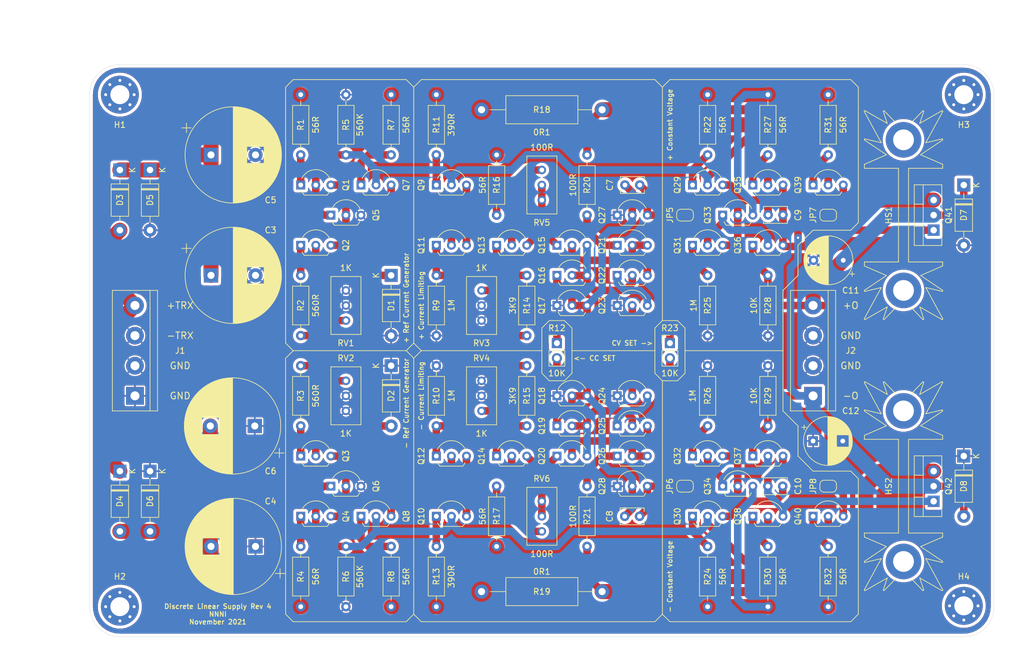
<source format=kicad_pcb>
(kicad_pcb (version 20171130) (host pcbnew "(5.1.10)-1")
  (layers (0 F.Cu signal) (31 B.Cu signal) (34 B.Paste user) (35 F.Paste user) (36 B.SilkS user) (37 F.SilkS user) (38 B.Mask user) (39 F.Mask user) (44 Edge.Cuts user))
  (net 0 "")
  (net 1 +VSW)
  (net 2 -VSW)
  (net 3 "Net-(C7-Pad2)")
  (net 4 "Net-(C7-Pad1)")
  (net 5 "Net-(C8-Pad2)")
  (net 6 "Net-(C8-Pad1)")
  (net 7 "Net-(C9-Pad2)")
  (net 8 "Net-(C9-Pad1)")
  (net 9 "Net-(C10-Pad2)")
  (net 10 "Net-(C10-Pad1)")
  (net 11 "Net-(C11-Pad1)")
  (net 12 "Net-(C12-Pad2)")
  (net 13 "Net-(D1-Pad1)")
  (net 14 "Net-(D2-Pad2)")
  (net 15 "Net-(JP7-Pad1)")
  (net 16 "Net-(JP8-Pad2)")
  (net 17 "Net-(Q1-Pad1)")
  (net 18 "Net-(Q1-Pad3)")
  (net 19 "Net-(Q1-Pad2)")
  (net 20 "Net-(Q2-Pad1)")
  (net 21 "Net-(Q3-Pad1)")
  (net 22 "Net-(Q3-Pad3)")
  (net 23 "Net-(Q4-Pad1)")
  (net 24 "Net-(Q10-Pad2)")
  (net 25 "Net-(Q7-Pad1)")
  (net 26 "Net-(Q8-Pad1)")
  (net 27 "Net-(Q9-Pad1)")
  (net 28 "Net-(Q11-Pad2)")
  (net 29 "Net-(Q10-Pad1)")
  (net 30 "Net-(Q10-Pad3)")
  (net 31 "Net-(Q11-Pad1)")
  (net 32 "Net-(Q12-Pad1)")
  (net 33 "Net-(Q13-Pad1)")
  (net 34 "Net-(Q13-Pad3)")
  (net 35 "Net-(Q14-Pad1)")
  (net 36 "Net-(Q14-Pad3)")
  (net 37 "Net-(Q21-Pad1)")
  (net 38 "Net-(Q26-Pad1)")
  (net 39 "Net-(Q29-Pad1)")
  (net 40 "Net-(Q30-Pad1)")
  (net 41 "Net-(Q31-Pad1)")
  (net 42 "Net-(Q31-Pad2)")
  (net 43 "Net-(Q32-Pad1)")
  (net 44 "Net-(Q32-Pad2)")
  (net 45 "Net-(Q35-Pad1)")
  (net 46 "Net-(Q38-Pad1)")
  (net 47 "Net-(Q39-Pad1)")
  (net 48 "Net-(Q40-Pad1)")
  (net 49 "Net-(Q41-Pad3)")
  (net 50 "Net-(Q42-Pad3)")
  (net 51 "Net-(R2-Pad2)")
  (net 52 "Net-(R3-Pad1)")
  (net 53 "Net-(R14-Pad2)")
  (net 54 "Net-(R15-Pad1)")
  (net 55 "Net-(R16-Pad2)")
  (net 56 "Net-(R17-Pad1)")
  (net 57 GND)
  (net 58 "Net-(D3-Pad2)")
  (net 59 "Net-(Q15-Pad3)")
  (net 60 "Net-(Q15-Pad2)")
  (net 61 "Net-(Q19-Pad2)")
  (net 62 "Net-(Q20-Pad2)")
  (net 63 "Net-(Q22-Pad1)")
  (net 64 "Net-(Q24-Pad3)")
  (module Diode_THT:D_DO-41_SOD81_P10.16mm_Horizontal (layer F.Cu) (at 274.32 167.64 270)
    (fp_text reference D8 (at 5.08 0 90) (layer F.SilkS))
    (fp_text value 4007)
    (fp_text user K (at 0 -2.1 90) (layer F.SilkS))
    (pad 2 thru_hole oval (at 10.16 0 270) (size 2.2 2.2) (drill 1.1) (layers *.Cu *.Mask) (net 12 "Net-(C12-Pad2)"))
    (pad 1 thru_hole rect (at 0 0 270) (size 2.2 2.2) (drill 1.1) (layers *.Cu *.Mask) (net 57 GND))
  )
  (module Diode_THT:D_DO-41_SOD81_P10.16mm_Horizontal (layer F.Cu) (at 274.32 121.92 270)
    (fp_text reference D7 (at 5.08 0 90) (layer F.SilkS))
    (fp_text value 4007)
    (fp_text user K (at 0 -2.1 90) (layer F.SilkS))
    (pad 2 thru_hole oval (at 10.16 0 270) (size 2.2 2.2) (drill 1.1) (layers *.Cu *.Mask) (net 57 GND))
    (pad 1 thru_hole rect (at 0 0 270) (size 2.2 2.2) (drill 1.1) (layers *.Cu *.Mask) (net 11 "Net-(C11-Pad1)"))
  )
  (module Capacitor_THT:CP_Radial_D8.0mm_P5.00mm (layer F.Cu) (at 254 134.62 180)
    (fp_text reference C11 (at -1.27 -5.08) (layer F.SilkS))
    (fp_text value 1000uF)
    (pad 2 thru_hole circle (at 5 0 180) (size 1.6 1.6) (drill 0.8) (layers *.Cu *.Mask) (net 57 GND))
    (pad 1 thru_hole rect (at 0 0 180) (size 1.6 1.6) (drill 0.8) (layers *.Cu *.Mask) (net 11 "Net-(C11-Pad1)"))
  )
  (module Jumper:SolderJumper-2_P1.3mm_Open_RoundedPad1.0x1.5mm (layer F.Cu) (at 251.46 127 180)
    (fp_text reference JP7 (at 2.54 0 90) (layer F.SilkS))
    (fp_text value LD)
    (pad 2 smd custom (at 0.65 0 180) (size 1 0.5) (layers F.Cu F.Mask) (net 12 "Net-(C12-Pad2)") (options (clearance outline) (anchor rect)) (primitives (gr_circle (center 0 0.25) (end 0.5 0.25) (width 0)) (gr_circle (center 0 -0.25) (end 0.5 -0.25) (width 0)) (gr_poly (pts (xy 0 -0.75) (xy -0.5 -0.75) (xy -0.5 0.75) (xy 0 0.75)) (width 0))))
    (pad 1 smd custom (at -0.65 0 180) (size 1 0.5) (layers F.Cu F.Mask) (net 15 "Net-(JP7-Pad1)") (options (clearance outline) (anchor rect)) (primitives (gr_circle (center 0 0.25) (end 0.5 0.25) (width 0)) (gr_circle (center 0 -0.25) (end 0.5 -0.25) (width 0)) (gr_poly (pts (xy 0 -0.75) (xy 0.5 -0.75) (xy 0.5 0.75) (xy 0 0.75)) (width 0))))
  )
  (module Capacitor_THT:CP_Radial_D8.0mm_P5.00mm (layer F.Cu) (at 248.92 165.1)
    (fp_text reference C12 (at 6.35 -5.08) (layer F.SilkS))
    (fp_text value 1000uF)
    (pad 2 thru_hole circle (at 5 0) (size 1.6 1.6) (drill 0.8) (layers *.Cu *.Mask) (net 12 "Net-(C12-Pad2)"))
    (pad 1 thru_hole rect (at 0 0) (size 1.6 1.6) (drill 0.8) (layers *.Cu *.Mask) (net 57 GND))
  )
  (module MountingHole:MountingHole_3.2mm_M3_Pad_Via (layer F.Cu) (at 274.32 192.9)
    (fp_text reference H4 (at 0 -4.94) (layer F.SilkS))
    (fp_text value MountingHole)
    (pad 1 thru_hole circle (at 1.697056 -1.697056) (size 0.8 0.8) (drill 0.5) (layers *.Cu *.Mask))
    (pad 1 thru_hole circle (at 0 -2.4) (size 0.8 0.8) (drill 0.5) (layers *.Cu *.Mask))
    (pad 1 thru_hole circle (at -1.697056 -1.697056) (size 0.8 0.8) (drill 0.5) (layers *.Cu *.Mask))
    (pad 1 thru_hole circle (at -2.4 0) (size 0.8 0.8) (drill 0.5) (layers *.Cu *.Mask))
    (pad 1 thru_hole circle (at -1.697056 1.697056) (size 0.8 0.8) (drill 0.5) (layers *.Cu *.Mask))
    (pad 1 thru_hole circle (at 0 2.4) (size 0.8 0.8) (drill 0.5) (layers *.Cu *.Mask))
    (pad 1 thru_hole circle (at 1.697056 1.697056) (size 0.8 0.8) (drill 0.5) (layers *.Cu *.Mask))
    (pad 1 thru_hole circle (at 2.4 0) (size 0.8 0.8) (drill 0.5) (layers *.Cu *.Mask))
    (pad 1 thru_hole circle (at 0 0) (size 6.4 6.4) (drill 3.2) (layers *.Cu *.Mask))
  )
  (module MountingHole:MountingHole_3.2mm_M3_Pad_Via (layer F.Cu) (at 274.32 106.68)
    (fp_text reference H3 (at 0 5.08) (layer F.SilkS))
    (fp_text value MountingHole)
    (pad 1 thru_hole circle (at 1.697056 -1.697056) (size 0.8 0.8) (drill 0.5) (layers *.Cu *.Mask))
    (pad 1 thru_hole circle (at 0 -2.4) (size 0.8 0.8) (drill 0.5) (layers *.Cu *.Mask))
    (pad 1 thru_hole circle (at -1.697056 -1.697056) (size 0.8 0.8) (drill 0.5) (layers *.Cu *.Mask))
    (pad 1 thru_hole circle (at -2.4 0) (size 0.8 0.8) (drill 0.5) (layers *.Cu *.Mask))
    (pad 1 thru_hole circle (at -1.697056 1.697056) (size 0.8 0.8) (drill 0.5) (layers *.Cu *.Mask))
    (pad 1 thru_hole circle (at 0 2.4) (size 0.8 0.8) (drill 0.5) (layers *.Cu *.Mask))
    (pad 1 thru_hole circle (at 1.697056 1.697056) (size 0.8 0.8) (drill 0.5) (layers *.Cu *.Mask))
    (pad 1 thru_hole circle (at 2.4 0) (size 0.8 0.8) (drill 0.5) (layers *.Cu *.Mask))
    (pad 1 thru_hole circle (at 0 0) (size 6.4 6.4) (drill 3.2) (layers *.Cu *.Mask))
  )
  (module MountingHole:MountingHole_3.2mm_M3_Pad_Via (layer F.Cu) (at 132.08 193.04)
    (fp_text reference H2 (at 0 -5.08) (layer F.SilkS))
    (fp_text value MountingHole)
    (pad 1 thru_hole circle (at 1.697056 -1.697056) (size 0.8 0.8) (drill 0.5) (layers *.Cu *.Mask))
    (pad 1 thru_hole circle (at 0 -2.4) (size 0.8 0.8) (drill 0.5) (layers *.Cu *.Mask))
    (pad 1 thru_hole circle (at -1.697056 -1.697056) (size 0.8 0.8) (drill 0.5) (layers *.Cu *.Mask))
    (pad 1 thru_hole circle (at -2.4 0) (size 0.8 0.8) (drill 0.5) (layers *.Cu *.Mask))
    (pad 1 thru_hole circle (at -1.697056 1.697056) (size 0.8 0.8) (drill 0.5) (layers *.Cu *.Mask))
    (pad 1 thru_hole circle (at 0 2.4) (size 0.8 0.8) (drill 0.5) (layers *.Cu *.Mask))
    (pad 1 thru_hole circle (at 1.697056 1.697056) (size 0.8 0.8) (drill 0.5) (layers *.Cu *.Mask))
    (pad 1 thru_hole circle (at 2.4 0) (size 0.8 0.8) (drill 0.5) (layers *.Cu *.Mask))
    (pad 1 thru_hole circle (at 0 0) (size 6.4 6.4) (drill 3.2) (layers *.Cu *.Mask))
  )
  (module MountingHole:MountingHole_3.2mm_M3_Pad_Via (layer F.Cu) (at 132.08 106.68)
    (fp_text reference H1 (at 0 5.08) (layer F.SilkS))
    (fp_text value MountingHole)
    (pad 1 thru_hole circle (at 1.697056 -1.697056) (size 0.8 0.8) (drill 0.5) (layers *.Cu *.Mask))
    (pad 1 thru_hole circle (at 0 -2.4) (size 0.8 0.8) (drill 0.5) (layers *.Cu *.Mask))
    (pad 1 thru_hole circle (at -1.697056 -1.697056) (size 0.8 0.8) (drill 0.5) (layers *.Cu *.Mask))
    (pad 1 thru_hole circle (at -2.4 0) (size 0.8 0.8) (drill 0.5) (layers *.Cu *.Mask))
    (pad 1 thru_hole circle (at -1.697056 1.697056) (size 0.8 0.8) (drill 0.5) (layers *.Cu *.Mask))
    (pad 1 thru_hole circle (at 0 2.4) (size 0.8 0.8) (drill 0.5) (layers *.Cu *.Mask))
    (pad 1 thru_hole circle (at 1.697056 1.697056) (size 0.8 0.8) (drill 0.5) (layers *.Cu *.Mask))
    (pad 1 thru_hole circle (at 2.4 0) (size 0.8 0.8) (drill 0.5) (layers *.Cu *.Mask))
    (pad 1 thru_hole circle (at 0 0) (size 6.4 6.4) (drill 3.2) (layers *.Cu *.Mask))
  )
  (module TerminalBlock:TerminalBlock_bornier-4_P5.08mm (layer F.Cu) (at 248.92 157.48 90)
    (fp_text reference J2 (at 7.62 6.35 180) (layer F.SilkS))
    (fp_text value OUTPUT)
    (pad 4 thru_hole circle (at 15.24 0 90) (size 3 3) (drill 1.52) (layers *.Cu *.Mask) (net 11 "Net-(C11-Pad1)"))
    (pad 1 thru_hole rect (at 0 0 90) (size 3 3) (drill 1.52) (layers *.Cu *.Mask) (net 12 "Net-(C12-Pad2)"))
    (pad 3 thru_hole circle (at 10.16 0 90) (size 3 3) (drill 1.52) (layers *.Cu *.Mask) (net 57 GND))
    (pad 2 thru_hole circle (at 5.08 0 90) (size 3 3) (drill 1.52) (layers *.Cu *.Mask) (net 57 GND))
  )
  (module TerminalBlock:TerminalBlock_bornier-4_P5.08mm (layer F.Cu) (at 134.62 157.48 90)
    (fp_text reference J1 (at 7.62 7.62 180) (layer F.SilkS))
    (fp_text value INPUT)
    (pad 4 thru_hole circle (at 15.24 0 90) (size 3 3) (drill 1.52) (layers *.Cu *.Mask) (net 58 "Net-(D3-Pad2)"))
    (pad 1 thru_hole rect (at 0 0 90) (size 3 3) (drill 1.52) (layers *.Cu *.Mask) (net 57 GND))
    (pad 3 thru_hole circle (at 10.16 0 90) (size 3 3) (drill 1.52) (layers *.Cu *.Mask) (net 57 GND))
    (pad 2 thru_hole circle (at 5.08 0 90) (size 3 3) (drill 1.52) (layers *.Cu *.Mask) (net 57 GND))
  )
  (module Diode_THT:D_DO-41_SOD81_P10.16mm_Horizontal (layer F.Cu) (at 137.16 170.18 270)
    (fp_text reference D6 (at 5.08 0 90) (layer F.SilkS))
    (fp_text value 4007)
    (fp_text user K (at 0 -2.1 90) (layer F.SilkS))
    (pad 2 thru_hole oval (at 10.16 0 270) (size 2.2 2.2) (drill 1.1) (layers *.Cu *.Mask) (net 2 -VSW))
    (pad 1 thru_hole rect (at 0 0 270) (size 2.2 2.2) (drill 1.1) (layers *.Cu *.Mask) (net 57 GND))
  )
  (module Diode_THT:D_DO-41_SOD81_P10.16mm_Horizontal (layer F.Cu) (at 137.16 119.38 270)
    (fp_text reference D5 (at 5.08 0 90) (layer F.SilkS))
    (fp_text value 4007)
    (fp_text user K (at 0 -2.1 90) (layer F.SilkS))
    (pad 2 thru_hole oval (at 10.16 0 270) (size 2.2 2.2) (drill 1.1) (layers *.Cu *.Mask) (net 57 GND))
    (pad 1 thru_hole rect (at 0 0 270) (size 2.2 2.2) (drill 1.1) (layers *.Cu *.Mask) (net 1 +VSW))
  )
  (module Diode_THT:D_DO-41_SOD81_P10.16mm_Horizontal (layer F.Cu) (at 132.08 170.18 270)
    (fp_text reference D4 (at 5.08 0 90) (layer F.SilkS))
    (fp_text value 4007)
    (fp_text user K (at 0 -2.1 90) (layer F.SilkS))
    (pad 2 thru_hole oval (at 10.16 0 270) (size 2.2 2.2) (drill 1.1) (layers *.Cu *.Mask) (net 2 -VSW))
    (pad 1 thru_hole rect (at 0 0 270) (size 2.2 2.2) (drill 1.1) (layers *.Cu *.Mask) (net 58 "Net-(D3-Pad2)"))
  )
  (module Diode_THT:D_DO-41_SOD81_P10.16mm_Horizontal (layer F.Cu) (at 132.08 119.38 270)
    (fp_text reference D3 (at 5.08 0 90) (layer F.SilkS))
    (fp_text value 4007)
    (fp_text user K (at 0 -2.1 90) (layer F.SilkS))
    (pad 2 thru_hole oval (at 10.16 0 270) (size 2.2 2.2) (drill 1.1) (layers *.Cu *.Mask) (net 58 "Net-(D3-Pad2)"))
    (pad 1 thru_hole rect (at 0 0 270) (size 2.2 2.2) (drill 1.1) (layers *.Cu *.Mask) (net 1 +VSW))
  )
  (module Connector_PinHeader_2.54mm:PinHeader_1x02_P2.54mm_Vertical (layer F.Cu) (at 224.79 148.59)
    (fp_text reference R23 (at 0 -2.54 180) (layer F.SilkS))
    (fp_text value 10K (at 0 5.08) (layer F.SilkS))
    (pad 2 thru_hole oval (at 0 2.54) (size 1.7 1.7) (drill 1) (layers *.Cu *.Mask) (net 43 "Net-(Q32-Pad1)"))
    (pad 1 thru_hole rect (at 0 0) (size 1.7 1.7) (drill 1) (layers *.Cu *.Mask) (net 41 "Net-(Q31-Pad1)"))
  )
  (module Connector_PinHeader_2.54mm:PinHeader_1x02_P2.54mm_Vertical (layer F.Cu) (at 205.74 148.59)
    (fp_text reference R12 (at 0 -2.54) (layer F.SilkS))
    (fp_text value 10K (at 0 5.08) (layer F.SilkS))
    (pad 2 thru_hole oval (at 0 2.54) (size 1.7 1.7) (drill 1) (layers *.Cu *.Mask) (net 32 "Net-(Q12-Pad1)"))
    (pad 1 thru_hole rect (at 0 0) (size 1.7 1.7) (drill 1) (layers *.Cu *.Mask) (net 31 "Net-(Q11-Pad1)"))
  )
  (module Heatsink:Heatsink_Fischer_SK104-STCB_35x13mm__2xDrill3.5mm_ScrewM3 (layer F.Cu) (at 264.16 172.72 90)
    (fp_text reference HS2 (at -0.025 -2.5 90) (layer F.SilkS))
    (fp_text value Heatsink)
    (pad 1 thru_hole circle (at -12.7 0 270) (size 6 6) (drill 3.5) (layers *.Cu *.Mask))
    (pad 1 thru_hole circle (at 12.7 0 90) (size 6 6) (drill 3.5) (layers *.Cu *.Mask))
  )
  (module Heatsink:Heatsink_Fischer_SK104-STCB_35x13mm__2xDrill3.5mm_ScrewM3 (layer F.Cu) (at 264.16 127 90)
    (fp_text reference HS1 (at -0.025 -2.5 90) (layer F.SilkS))
    (fp_text value Heatsink)
    (pad 1 thru_hole circle (at -12.7 0 270) (size 6 6) (drill 3.5) (layers *.Cu *.Mask))
    (pad 1 thru_hole circle (at 12.7 0 90) (size 6 6) (drill 3.5) (layers *.Cu *.Mask))
  )
  (module Potentiometer_THT:Potentiometer_Bourns_3296W_Vertical (layer F.Cu) (at 203.2 175.26 90)
    (fp_text reference RV6 (at 3.81 0 180) (layer F.SilkS))
    (fp_text value 100R (at -8.89 0 180) (layer F.SilkS))
    (pad 3 thru_hole circle (at -5.08 0 90) (size 1.44 1.44) (drill 0.8) (layers *.Cu *.Mask) (net 56 "Net-(R17-Pad1)"))
    (pad 2 thru_hole circle (at -2.54 0 90) (size 1.44 1.44) (drill 0.8) (layers *.Cu *.Mask) (net 36 "Net-(Q14-Pad3)"))
    (pad 1 thru_hole circle (at 0 0 90) (size 1.44 1.44) (drill 0.8) (layers *.Cu *.Mask) (net 36 "Net-(Q14-Pad3)"))
  )
  (module Potentiometer_THT:Potentiometer_Bourns_3296W_Vertical (layer F.Cu) (at 203.2 119.38 90)
    (fp_text reference RV5 (at -8.89 0 180) (layer F.SilkS))
    (fp_text value 100R (at 3.81 0 180) (layer F.SilkS))
    (pad 3 thru_hole circle (at -5.08 0 90) (size 1.44 1.44) (drill 0.8) (layers *.Cu *.Mask) (net 34 "Net-(Q13-Pad3)"))
    (pad 2 thru_hole circle (at -2.54 0 90) (size 1.44 1.44) (drill 0.8) (layers *.Cu *.Mask) (net 34 "Net-(Q13-Pad3)"))
    (pad 1 thru_hole circle (at 0 0 90) (size 1.44 1.44) (drill 0.8) (layers *.Cu *.Mask) (net 55 "Net-(R16-Pad2)"))
  )
  (module Potentiometer_THT:Potentiometer_Bourns_3296W_Vertical (layer F.Cu) (at 193.04 154.94 90)
    (fp_text reference RV4 (at 3.81 0 180) (layer F.SilkS))
    (fp_text value 1K (at -8.89 0 180) (layer F.SilkS))
    (pad 3 thru_hole circle (at -5.08 0 90) (size 1.44 1.44) (drill 0.8) (layers *.Cu *.Mask) (net 54 "Net-(R15-Pad1)"))
    (pad 2 thru_hole circle (at -2.54 0 90) (size 1.44 1.44) (drill 0.8) (layers *.Cu *.Mask) (net 57 GND))
    (pad 1 thru_hole circle (at 0 0 90) (size 1.44 1.44) (drill 0.8) (layers *.Cu *.Mask) (net 57 GND))
  )
  (module Potentiometer_THT:Potentiometer_Bourns_3296W_Vertical (layer F.Cu) (at 193.04 139.7 90)
    (fp_text reference RV3 (at -8.89 0 180) (layer F.SilkS))
    (fp_text value 1K (at 3.81 0 180) (layer F.SilkS))
    (pad 3 thru_hole circle (at -5.08 0 90) (size 1.44 1.44) (drill 0.8) (layers *.Cu *.Mask) (net 57 GND))
    (pad 2 thru_hole circle (at -2.54 0 90) (size 1.44 1.44) (drill 0.8) (layers *.Cu *.Mask) (net 57 GND))
    (pad 1 thru_hole circle (at 0 0 90) (size 1.44 1.44) (drill 0.8) (layers *.Cu *.Mask) (net 53 "Net-(R14-Pad2)"))
  )
  (module Potentiometer_THT:Potentiometer_Bourns_3296W_Vertical (layer F.Cu) (at 170.18 160.02 270)
    (fp_text reference RV2 (at -8.89 0 180) (layer F.SilkS))
    (fp_text value 1K (at 3.81 0 180) (layer F.SilkS))
    (pad 3 thru_hole circle (at -5.08 0 270) (size 1.44 1.44) (drill 0.8) (layers *.Cu *.Mask) (net 52 "Net-(R3-Pad1)"))
    (pad 2 thru_hole circle (at -2.54 0 270) (size 1.44 1.44) (drill 0.8) (layers *.Cu *.Mask) (net 57 GND))
    (pad 1 thru_hole circle (at 0 0 270) (size 1.44 1.44) (drill 0.8) (layers *.Cu *.Mask) (net 57 GND))
  )
  (module Potentiometer_THT:Potentiometer_Bourns_3296W_Vertical (layer F.Cu) (at 170.18 144.78 270)
    (fp_text reference RV1 (at 3.81 0) (layer F.SilkS))
    (fp_text value 1K (at -8.89 0 180) (layer F.SilkS))
    (pad 3 thru_hole circle (at -5.08 0 270) (size 1.44 1.44) (drill 0.8) (layers *.Cu *.Mask) (net 57 GND))
    (pad 2 thru_hole circle (at -2.54 0 270) (size 1.44 1.44) (drill 0.8) (layers *.Cu *.Mask) (net 57 GND))
    (pad 1 thru_hole circle (at 0 0 270) (size 1.44 1.44) (drill 0.8) (layers *.Cu *.Mask) (net 51 "Net-(R2-Pad2)"))
  )
  (module Resistor_THT:R_Axial_DIN0207_L6.3mm_D2.5mm_P10.16mm_Horizontal (layer F.Cu) (at 251.46 182.88 270)
    (fp_text reference R32 (at 5.08 0 90) (layer F.SilkS))
    (fp_text value 56R (at 5.08 -2.54 90) (layer F.SilkS))
    (pad 2 thru_hole oval (at 10.16 0 270) (size 1.6 1.6) (drill 0.8) (layers *.Cu *.Mask) (net 2 -VSW))
    (pad 1 thru_hole circle (at 0 0 270) (size 1.6 1.6) (drill 0.8) (layers *.Cu *.Mask) (net 48 "Net-(Q40-Pad1)"))
  )
  (module Resistor_THT:R_Axial_DIN0207_L6.3mm_D2.5mm_P10.16mm_Horizontal (layer F.Cu) (at 251.46 106.68 270)
    (fp_text reference R31 (at 5.08 0 90) (layer F.SilkS))
    (fp_text value 56R (at 5.08 -2.54 90) (layer F.SilkS))
    (pad 2 thru_hole oval (at 10.16 0 270) (size 1.6 1.6) (drill 0.8) (layers *.Cu *.Mask) (net 47 "Net-(Q39-Pad1)"))
    (pad 1 thru_hole circle (at 0 0 270) (size 1.6 1.6) (drill 0.8) (layers *.Cu *.Mask) (net 1 +VSW))
  )
  (module Resistor_THT:R_Axial_DIN0207_L6.3mm_D2.5mm_P10.16mm_Horizontal (layer F.Cu) (at 241.3 182.88 270)
    (fp_text reference R30 (at 5.08 0 90) (layer F.SilkS))
    (fp_text value 56R (at 5.08 -2.54 90) (layer F.SilkS))
    (pad 2 thru_hole oval (at 10.16 0 270) (size 1.6 1.6) (drill 0.8) (layers *.Cu *.Mask) (net 2 -VSW))
    (pad 1 thru_hole circle (at 0 0 270) (size 1.6 1.6) (drill 0.8) (layers *.Cu *.Mask) (net 46 "Net-(Q38-Pad1)"))
  )
  (module Resistor_THT:R_Axial_DIN0207_L6.3mm_D2.5mm_P10.16mm_Horizontal (layer F.Cu) (at 241.3 152.4 270)
    (fp_text reference R29 (at 5.08 0 90) (layer F.SilkS))
    (fp_text value 10K (at 5.08 2.37 90) (layer F.SilkS))
    (pad 2 thru_hole oval (at 10.16 0 270) (size 1.6 1.6) (drill 0.8) (layers *.Cu *.Mask) (net 12 "Net-(C12-Pad2)"))
    (pad 1 thru_hole circle (at 0 0 270) (size 1.6 1.6) (drill 0.8) (layers *.Cu *.Mask) (net 57 GND))
  )
  (module Resistor_THT:R_Axial_DIN0207_L6.3mm_D2.5mm_P10.16mm_Horizontal (layer F.Cu) (at 241.3 137.16 270)
    (fp_text reference R28 (at 5.08 0 90) (layer F.SilkS))
    (fp_text value 10K (at 5.08 2.37 90) (layer F.SilkS))
    (pad 2 thru_hole oval (at 10.16 0 270) (size 1.6 1.6) (drill 0.8) (layers *.Cu *.Mask) (net 57 GND))
    (pad 1 thru_hole circle (at 0 0 270) (size 1.6 1.6) (drill 0.8) (layers *.Cu *.Mask) (net 11 "Net-(C11-Pad1)"))
  )
  (module Resistor_THT:R_Axial_DIN0207_L6.3mm_D2.5mm_P10.16mm_Horizontal (layer F.Cu) (at 241.3 106.68 270)
    (fp_text reference R27 (at 5.08 0 90) (layer F.SilkS))
    (fp_text value 56R (at 5.08 -2.54 90) (layer F.SilkS))
    (pad 2 thru_hole oval (at 10.16 0 270) (size 1.6 1.6) (drill 0.8) (layers *.Cu *.Mask) (net 45 "Net-(Q35-Pad1)"))
    (pad 1 thru_hole circle (at 0 0 270) (size 1.6 1.6) (drill 0.8) (layers *.Cu *.Mask) (net 1 +VSW))
  )
  (module Resistor_THT:R_Axial_DIN0207_L6.3mm_D2.5mm_P10.16mm_Horizontal (layer F.Cu) (at 231.14 152.4 270)
    (fp_text reference R26 (at 5.08 0 90) (layer F.SilkS))
    (fp_text value 1M (at 5.08 2.54 90) (layer F.SilkS))
    (pad 2 thru_hole oval (at 10.16 0 270) (size 1.6 1.6) (drill 0.8) (layers *.Cu *.Mask) (net 43 "Net-(Q32-Pad1)"))
    (pad 1 thru_hole circle (at 0 0 270) (size 1.6 1.6) (drill 0.8) (layers *.Cu *.Mask) (net 57 GND))
  )
  (module Resistor_THT:R_Axial_DIN0207_L6.3mm_D2.5mm_P10.16mm_Horizontal (layer F.Cu) (at 231.14 137.16 270)
    (fp_text reference R25 (at 5.08 0 90) (layer F.SilkS))
    (fp_text value 1M (at 5.08 2.37 90) (layer F.SilkS))
    (pad 2 thru_hole oval (at 10.16 0 270) (size 1.6 1.6) (drill 0.8) (layers *.Cu *.Mask) (net 57 GND))
    (pad 1 thru_hole circle (at 0 0 270) (size 1.6 1.6) (drill 0.8) (layers *.Cu *.Mask) (net 41 "Net-(Q31-Pad1)"))
  )
  (module Resistor_THT:R_Axial_DIN0207_L6.3mm_D2.5mm_P10.16mm_Horizontal (layer F.Cu) (at 231.14 182.88 270)
    (fp_text reference R24 (at 5.08 0 90) (layer F.SilkS))
    (fp_text value 56R (at 5.08 -2.54 90) (layer F.SilkS))
    (pad 2 thru_hole oval (at 10.16 0 270) (size 1.6 1.6) (drill 0.8) (layers *.Cu *.Mask) (net 2 -VSW))
    (pad 1 thru_hole circle (at 0 0 270) (size 1.6 1.6) (drill 0.8) (layers *.Cu *.Mask) (net 40 "Net-(Q30-Pad1)"))
  )
  (module Resistor_THT:R_Axial_DIN0207_L6.3mm_D2.5mm_P10.16mm_Horizontal (layer F.Cu) (at 231.14 106.68 270)
    (fp_text reference R22 (at 5.08 0 90) (layer F.SilkS))
    (fp_text value 56R (at 5.08 -2.54 90) (layer F.SilkS))
    (pad 2 thru_hole oval (at 10.16 0 270) (size 1.6 1.6) (drill 0.8) (layers *.Cu *.Mask) (net 39 "Net-(Q29-Pad1)"))
    (pad 1 thru_hole circle (at 0 0 270) (size 1.6 1.6) (drill 0.8) (layers *.Cu *.Mask) (net 1 +VSW))
  )
  (module Resistor_THT:R_Axial_DIN0207_L6.3mm_D2.5mm_P10.16mm_Horizontal (layer F.Cu) (at 210.82 172.72 270)
    (fp_text reference R21 (at 5.08 0 90) (layer F.SilkS))
    (fp_text value 100R (at 5.08 2.37 90) (layer F.SilkS))
    (pad 2 thru_hole oval (at 10.16 0 270) (size 1.6 1.6) (drill 0.8) (layers *.Cu *.Mask) (net 50 "Net-(Q42-Pad3)"))
    (pad 1 thru_hole circle (at 0 0 270) (size 1.6 1.6) (drill 0.8) (layers *.Cu *.Mask) (net 38 "Net-(Q26-Pad1)"))
  )
  (module Resistor_THT:R_Axial_DIN0207_L6.3mm_D2.5mm_P10.16mm_Horizontal (layer F.Cu) (at 210.82 116.84 270)
    (fp_text reference R20 (at 5.08 0 90) (layer F.SilkS))
    (fp_text value 100R (at 5.08 2.37 90) (layer F.SilkS))
    (pad 2 thru_hole oval (at 10.16 0 270) (size 1.6 1.6) (drill 0.8) (layers *.Cu *.Mask) (net 37 "Net-(Q21-Pad1)"))
    (pad 1 thru_hole circle (at 0 0 270) (size 1.6 1.6) (drill 0.8) (layers *.Cu *.Mask) (net 49 "Net-(Q41-Pad3)"))
  )
  (module Resistor_THT:R_Axial_DIN0414_L11.9mm_D4.5mm_P20.32mm_Horizontal (layer F.Cu) (at 213.36 190.5 180)
    (fp_text reference R19 (at 10.16 0) (layer F.SilkS))
    (fp_text value 0R1 (at 10.16 3.37) (layer F.SilkS))
    (pad 2 thru_hole oval (at 20.32 0 180) (size 2.4 2.4) (drill 1.2) (layers *.Cu *.Mask) (net 2 -VSW))
    (pad 1 thru_hole circle (at 0 0 180) (size 2.4 2.4) (drill 1.2) (layers *.Cu *.Mask) (net 50 "Net-(Q42-Pad3)"))
  )
  (module Resistor_THT:R_Axial_DIN0414_L11.9mm_D4.5mm_P20.32mm_Horizontal (layer F.Cu) (at 213.36 109.22 180)
    (fp_text reference R18 (at 10.16 0) (layer F.SilkS))
    (fp_text value 0R1 (at 10.16 -3.81) (layer F.SilkS))
    (pad 2 thru_hole oval (at 20.32 0 180) (size 2.4 2.4) (drill 1.2) (layers *.Cu *.Mask) (net 1 +VSW))
    (pad 1 thru_hole circle (at 0 0 180) (size 2.4 2.4) (drill 1.2) (layers *.Cu *.Mask) (net 49 "Net-(Q41-Pad3)"))
  )
  (module Resistor_THT:R_Axial_DIN0207_L6.3mm_D2.5mm_P10.16mm_Horizontal (layer F.Cu) (at 195.58 172.72 270)
    (fp_text reference R17 (at 5.08 0 90) (layer F.SilkS))
    (fp_text value 56R (at 5.08 2.37 90) (layer F.SilkS))
    (pad 2 thru_hole oval (at 10.16 0 270) (size 1.6 1.6) (drill 0.8) (layers *.Cu *.Mask) (net 2 -VSW))
    (pad 1 thru_hole circle (at 0 0 270) (size 1.6 1.6) (drill 0.8) (layers *.Cu *.Mask) (net 56 "Net-(R17-Pad1)"))
  )
  (module Resistor_THT:R_Axial_DIN0207_L6.3mm_D2.5mm_P10.16mm_Horizontal (layer F.Cu) (at 195.58 116.84 270)
    (fp_text reference R16 (at 5.08 0 90) (layer F.SilkS))
    (fp_text value 56R (at 5.08 2.37 90) (layer F.SilkS))
    (pad 2 thru_hole oval (at 10.16 0 270) (size 1.6 1.6) (drill 0.8) (layers *.Cu *.Mask) (net 55 "Net-(R16-Pad2)"))
    (pad 1 thru_hole circle (at 0 0 270) (size 1.6 1.6) (drill 0.8) (layers *.Cu *.Mask) (net 1 +VSW))
  )
  (module Resistor_THT:R_Axial_DIN0207_L6.3mm_D2.5mm_P10.16mm_Horizontal (layer F.Cu) (at 200.66 152.4 270)
    (fp_text reference R15 (at 5.08 0 90) (layer F.SilkS))
    (fp_text value 3K9 (at 5.08 2.37 90) (layer F.SilkS))
    (pad 2 thru_hole oval (at 10.16 0 270) (size 1.6 1.6) (drill 0.8) (layers *.Cu *.Mask) (net 35 "Net-(Q14-Pad1)"))
    (pad 1 thru_hole circle (at 0 0 270) (size 1.6 1.6) (drill 0.8) (layers *.Cu *.Mask) (net 54 "Net-(R15-Pad1)"))
  )
  (module Resistor_THT:R_Axial_DIN0207_L6.3mm_D2.5mm_P10.16mm_Horizontal (layer F.Cu) (at 200.66 137.16 270)
    (fp_text reference R14 (at 5.08 0 90) (layer F.SilkS))
    (fp_text value 3K9 (at 5.08 2.37 90) (layer F.SilkS))
    (pad 2 thru_hole oval (at 10.16 0 270) (size 1.6 1.6) (drill 0.8) (layers *.Cu *.Mask) (net 53 "Net-(R14-Pad2)"))
    (pad 1 thru_hole circle (at 0 0 270) (size 1.6 1.6) (drill 0.8) (layers *.Cu *.Mask) (net 33 "Net-(Q13-Pad1)"))
  )
  (module Resistor_THT:R_Axial_DIN0207_L6.3mm_D2.5mm_P10.16mm_Horizontal (layer F.Cu) (at 185.42 182.88 270)
    (fp_text reference R13 (at 5.08 0 90) (layer F.SilkS))
    (fp_text value 390R (at 5.08 -2.54 90) (layer F.SilkS))
    (pad 2 thru_hole oval (at 10.16 0 270) (size 1.6 1.6) (drill 0.8) (layers *.Cu *.Mask) (net 2 -VSW))
    (pad 1 thru_hole circle (at 0 0 270) (size 1.6 1.6) (drill 0.8) (layers *.Cu *.Mask) (net 29 "Net-(Q10-Pad1)"))
  )
  (module Resistor_THT:R_Axial_DIN0207_L6.3mm_D2.5mm_P10.16mm_Horizontal (layer F.Cu) (at 185.42 106.68 270)
    (fp_text reference R11 (at 5.08 0 90) (layer F.SilkS))
    (fp_text value 390R (at 5.08 -2.54 90) (layer F.SilkS))
    (pad 2 thru_hole oval (at 10.16 0 270) (size 1.6 1.6) (drill 0.8) (layers *.Cu *.Mask) (net 27 "Net-(Q9-Pad1)"))
    (pad 1 thru_hole circle (at 0 0 270) (size 1.6 1.6) (drill 0.8) (layers *.Cu *.Mask) (net 1 +VSW))
  )
  (module Resistor_THT:R_Axial_DIN0207_L6.3mm_D2.5mm_P10.16mm_Horizontal (layer F.Cu) (at 185.42 152.4 270)
    (fp_text reference R10 (at 5.08 0 90) (layer F.SilkS))
    (fp_text value 1M (at 5.08 -2.54 90) (layer F.SilkS))
    (pad 2 thru_hole oval (at 10.16 0 270) (size 1.6 1.6) (drill 0.8) (layers *.Cu *.Mask) (net 32 "Net-(Q12-Pad1)"))
    (pad 1 thru_hole circle (at 0 0 270) (size 1.6 1.6) (drill 0.8) (layers *.Cu *.Mask) (net 57 GND))
  )
  (module Resistor_THT:R_Axial_DIN0207_L6.3mm_D2.5mm_P10.16mm_Horizontal (layer F.Cu) (at 185.42 137.16 270)
    (fp_text reference R9 (at 5.08 0 90) (layer F.SilkS))
    (fp_text value 1M (at 5.08 -2.54 90) (layer F.SilkS))
    (pad 2 thru_hole oval (at 10.16 0 270) (size 1.6 1.6) (drill 0.8) (layers *.Cu *.Mask) (net 57 GND))
    (pad 1 thru_hole circle (at 0 0 270) (size 1.6 1.6) (drill 0.8) (layers *.Cu *.Mask) (net 31 "Net-(Q11-Pad1)"))
  )
  (module Resistor_THT:R_Axial_DIN0207_L6.3mm_D2.5mm_P10.16mm_Horizontal (layer F.Cu) (at 177.8 182.88 270)
    (fp_text reference R8 (at 5.08 0 90) (layer F.SilkS))
    (fp_text value 56R (at 5.08 -2.54 90) (layer F.SilkS))
    (pad 2 thru_hole oval (at 10.16 0 270) (size 1.6 1.6) (drill 0.8) (layers *.Cu *.Mask) (net 2 -VSW))
    (pad 1 thru_hole circle (at 0 0 270) (size 1.6 1.6) (drill 0.8) (layers *.Cu *.Mask) (net 26 "Net-(Q8-Pad1)"))
  )
  (module Resistor_THT:R_Axial_DIN0207_L6.3mm_D2.5mm_P10.16mm_Horizontal (layer F.Cu) (at 177.8 106.68 270)
    (fp_text reference R7 (at 5.08 0 90) (layer F.SilkS))
    (fp_text value 56R (at 5.08 -2.54 90) (layer F.SilkS))
    (pad 2 thru_hole oval (at 10.16 0 270) (size 1.6 1.6) (drill 0.8) (layers *.Cu *.Mask) (net 25 "Net-(Q7-Pad1)"))
    (pad 1 thru_hole circle (at 0 0 270) (size 1.6 1.6) (drill 0.8) (layers *.Cu *.Mask) (net 1 +VSW))
  )
  (module Resistor_THT:R_Axial_DIN0207_L6.3mm_D2.5mm_P10.16mm_Horizontal (layer F.Cu) (at 170.18 193.04 90)
    (fp_text reference R6 (at 5.08 0 90) (layer F.SilkS))
    (fp_text value 560K (at 5.08 2.37 90) (layer F.SilkS))
    (pad 2 thru_hole oval (at 10.16 0 90) (size 1.6 1.6) (drill 0.8) (layers *.Cu *.Mask) (net 24 "Net-(Q10-Pad2)"))
    (pad 1 thru_hole circle (at 0 0 90) (size 1.6 1.6) (drill 0.8) (layers *.Cu *.Mask) (net 57 GND))
  )
  (module Resistor_THT:R_Axial_DIN0207_L6.3mm_D2.5mm_P10.16mm_Horizontal (layer F.Cu) (at 170.18 116.84 90)
    (fp_text reference R5 (at 5.08 0 90) (layer F.SilkS))
    (fp_text value 560K (at 5.08 2.37 90) (layer F.SilkS))
    (pad 2 thru_hole oval (at 10.16 0 90) (size 1.6 1.6) (drill 0.8) (layers *.Cu *.Mask) (net 57 GND))
    (pad 1 thru_hole circle (at 0 0 90) (size 1.6 1.6) (drill 0.8) (layers *.Cu *.Mask) (net 19 "Net-(Q1-Pad2)"))
  )
  (module Resistor_THT:R_Axial_DIN0207_L6.3mm_D2.5mm_P10.16mm_Horizontal (layer F.Cu) (at 162.56 182.88 270)
    (fp_text reference R4 (at 5.08 0 90) (layer F.SilkS))
    (fp_text value 56R (at 5.08 -2.54 90) (layer F.SilkS))
    (pad 2 thru_hole oval (at 10.16 0 270) (size 1.6 1.6) (drill 0.8) (layers *.Cu *.Mask) (net 2 -VSW))
    (pad 1 thru_hole circle (at 0 0 270) (size 1.6 1.6) (drill 0.8) (layers *.Cu *.Mask) (net 23 "Net-(Q4-Pad1)"))
  )
  (module Resistor_THT:R_Axial_DIN0207_L6.3mm_D2.5mm_P10.16mm_Horizontal (layer F.Cu) (at 162.56 152.4 270)
    (fp_text reference R3 (at 5.08 0 90) (layer F.SilkS))
    (fp_text value 560R (at 5.08 -2.54 90) (layer F.SilkS))
    (pad 2 thru_hole oval (at 10.16 0 270) (size 1.6 1.6) (drill 0.8) (layers *.Cu *.Mask) (net 21 "Net-(Q3-Pad1)"))
    (pad 1 thru_hole circle (at 0 0 270) (size 1.6 1.6) (drill 0.8) (layers *.Cu *.Mask) (net 52 "Net-(R3-Pad1)"))
  )
  (module Resistor_THT:R_Axial_DIN0207_L6.3mm_D2.5mm_P10.16mm_Horizontal (layer F.Cu) (at 162.56 137.16 270)
    (fp_text reference R2 (at 5.08 0 90) (layer F.SilkS))
    (fp_text value 560R (at 5.08 -2.54 90) (layer F.SilkS))
    (pad 2 thru_hole oval (at 10.16 0 270) (size 1.6 1.6) (drill 0.8) (layers *.Cu *.Mask) (net 51 "Net-(R2-Pad2)"))
    (pad 1 thru_hole circle (at 0 0 270) (size 1.6 1.6) (drill 0.8) (layers *.Cu *.Mask) (net 20 "Net-(Q2-Pad1)"))
  )
  (module Resistor_THT:R_Axial_DIN0207_L6.3mm_D2.5mm_P10.16mm_Horizontal (layer F.Cu) (at 162.56 106.68 270)
    (fp_text reference R1 (at 5.08 0 90) (layer F.SilkS))
    (fp_text value 56R (at 5.08 -2.54 90) (layer F.SilkS))
    (pad 2 thru_hole oval (at 10.16 0 270) (size 1.6 1.6) (drill 0.8) (layers *.Cu *.Mask) (net 17 "Net-(Q1-Pad1)"))
    (pad 1 thru_hole circle (at 0 0 270) (size 1.6 1.6) (drill 0.8) (layers *.Cu *.Mask) (net 1 +VSW))
  )
  (module Package_TO_SOT_THT:TO-220-3_Vertical (layer F.Cu) (at 269.24 175.26 90)
    (fp_text reference Q42 (at 2.54 2.54 90) (layer F.SilkS))
    (fp_text value NMOS)
    (pad 3 thru_hole oval (at 5.08 0 90) (size 1.905 2) (drill 1.1) (layers *.Cu *.Mask) (net 50 "Net-(Q42-Pad3)"))
    (pad 2 thru_hole oval (at 2.54 0 90) (size 1.905 2) (drill 1.1) (layers *.Cu *.Mask) (net 12 "Net-(C12-Pad2)"))
    (pad 1 thru_hole rect (at 0 0 90) (size 1.905 2) (drill 1.1) (layers *.Cu *.Mask) (net 10 "Net-(C10-Pad1)"))
  )
  (module Package_TO_SOT_THT:TO-220-3_Vertical (layer F.Cu) (at 269.24 129.54 90)
    (fp_text reference Q41 (at 2.54 2.54 270) (layer F.SilkS))
    (fp_text value PMOS)
    (pad 3 thru_hole oval (at 5.08 0 90) (size 1.905 2) (drill 1.1) (layers *.Cu *.Mask) (net 49 "Net-(Q41-Pad3)"))
    (pad 2 thru_hole oval (at 2.54 0 90) (size 1.905 2) (drill 1.1) (layers *.Cu *.Mask) (net 11 "Net-(C11-Pad1)"))
    (pad 1 thru_hole rect (at 0 0 90) (size 1.905 2) (drill 1.1) (layers *.Cu *.Mask) (net 8 "Net-(C9-Pad1)"))
  )
  (module Package_TO_SOT_THT:TO-92L_Inline_Wide (layer F.Cu) (at 248.92 177.8)
    (fp_text reference Q40 (at -2.54 0 90) (layer F.SilkS))
    (fp_text value 5551)
    (pad 1 thru_hole rect (at 0 0) (size 1.5 1.5) (drill 0.8) (layers *.Cu *.Mask) (net 48 "Net-(Q40-Pad1)"))
    (pad 3 thru_hole circle (at 5.08 0) (size 1.5 1.5) (drill 0.8) (layers *.Cu *.Mask) (net 16 "Net-(JP8-Pad2)"))
    (pad 2 thru_hole circle (at 2.54 0) (size 1.5 1.5) (drill 0.8) (layers *.Cu *.Mask) (net 24 "Net-(Q10-Pad2)"))
  )
  (module Package_TO_SOT_THT:TO-92L_Inline_Wide (layer F.Cu) (at 248.92 121.92)
    (fp_text reference Q39 (at -2.54 0 90) (layer F.SilkS))
    (fp_text value 5401)
    (pad 1 thru_hole rect (at 0 0) (size 1.5 1.5) (drill 0.8) (layers *.Cu *.Mask) (net 47 "Net-(Q39-Pad1)"))
    (pad 3 thru_hole circle (at 5.08 0) (size 1.5 1.5) (drill 0.8) (layers *.Cu *.Mask) (net 15 "Net-(JP7-Pad1)"))
    (pad 2 thru_hole circle (at 2.54 0) (size 1.5 1.5) (drill 0.8) (layers *.Cu *.Mask) (net 19 "Net-(Q1-Pad2)"))
  )
  (module Package_TO_SOT_THT:TO-92L_Inline_Wide (layer F.Cu) (at 238.76 177.8)
    (fp_text reference Q38 (at -2.54 0 90) (layer F.SilkS))
    (fp_text value 5551)
    (pad 1 thru_hole rect (at 0 0) (size 1.5 1.5) (drill 0.8) (layers *.Cu *.Mask) (net 46 "Net-(Q38-Pad1)"))
    (pad 3 thru_hole circle (at 5.08 0) (size 1.5 1.5) (drill 0.8) (layers *.Cu *.Mask) (net 10 "Net-(C10-Pad1)"))
    (pad 2 thru_hole circle (at 2.54 0) (size 1.5 1.5) (drill 0.8) (layers *.Cu *.Mask) (net 24 "Net-(Q10-Pad2)"))
  )
  (module Package_TO_SOT_THT:TO-92L_Inline_Wide (layer F.Cu) (at 238.76 167.64)
    (fp_text reference Q37 (at -2.54 0 90) (layer F.SilkS))
    (fp_text value 5401)
    (pad 1 thru_hole rect (at 0 0) (size 1.5 1.5) (drill 0.8) (layers *.Cu *.Mask) (net 12 "Net-(C12-Pad2)"))
    (pad 3 thru_hole circle (at 5.08 0) (size 1.5 1.5) (drill 0.8) (layers *.Cu *.Mask) (net 10 "Net-(C10-Pad1)"))
    (pad 2 thru_hole circle (at 2.54 0) (size 1.5 1.5) (drill 0.8) (layers *.Cu *.Mask) (net 44 "Net-(Q32-Pad2)"))
  )
  (module Package_TO_SOT_THT:TO-92L_Inline_Wide (layer F.Cu) (at 238.76 132.08)
    (fp_text reference Q36 (at -2.54 0 90) (layer F.SilkS))
    (fp_text value 5551)
    (pad 1 thru_hole rect (at 0 0) (size 1.5 1.5) (drill 0.8) (layers *.Cu *.Mask) (net 11 "Net-(C11-Pad1)"))
    (pad 3 thru_hole circle (at 5.08 0) (size 1.5 1.5) (drill 0.8) (layers *.Cu *.Mask) (net 8 "Net-(C9-Pad1)"))
    (pad 2 thru_hole circle (at 2.54 0) (size 1.5 1.5) (drill 0.8) (layers *.Cu *.Mask) (net 42 "Net-(Q31-Pad2)"))
  )
  (module Package_TO_SOT_THT:TO-92L_Inline_Wide (layer F.Cu) (at 238.76 121.92)
    (fp_text reference Q35 (at -2.54 0 90) (layer F.SilkS))
    (fp_text value 5401)
    (pad 1 thru_hole rect (at 0 0) (size 1.5 1.5) (drill 0.8) (layers *.Cu *.Mask) (net 45 "Net-(Q35-Pad1)"))
    (pad 3 thru_hole circle (at 5.08 0) (size 1.5 1.5) (drill 0.8) (layers *.Cu *.Mask) (net 8 "Net-(C9-Pad1)"))
    (pad 2 thru_hole circle (at 2.54 0) (size 1.5 1.5) (drill 0.8) (layers *.Cu *.Mask) (net 19 "Net-(Q1-Pad2)"))
  )
  (module Package_TO_SOT_THT:TO-92L_Inline_Wide (layer F.Cu) (at 233.68 172.72)
    (fp_text reference Q34 (at -2.54 0 90) (layer F.SilkS))
    (fp_text value 5401)
    (pad 1 thru_hole rect (at 0 0) (size 1.5 1.5) (drill 0.8) (layers *.Cu *.Mask) (net 44 "Net-(Q32-Pad2)"))
    (pad 3 thru_hole circle (at 5.08 0) (size 1.5 1.5) (drill 0.8) (layers *.Cu *.Mask) (net 2 -VSW))
    (pad 2 thru_hole circle (at 2.54 0) (size 1.5 1.5) (drill 0.8) (layers *.Cu *.Mask) (net 9 "Net-(C10-Pad2)"))
  )
  (module Package_TO_SOT_THT:TO-92L_Inline_Wide (layer F.Cu) (at 233.68 127)
    (fp_text reference Q33 (at -2.54 0 90) (layer F.SilkS))
    (fp_text value 5551)
    (pad 1 thru_hole rect (at 0 0) (size 1.5 1.5) (drill 0.8) (layers *.Cu *.Mask) (net 42 "Net-(Q31-Pad2)"))
    (pad 3 thru_hole circle (at 5.08 0) (size 1.5 1.5) (drill 0.8) (layers *.Cu *.Mask) (net 1 +VSW))
    (pad 2 thru_hole circle (at 2.54 0) (size 1.5 1.5) (drill 0.8) (layers *.Cu *.Mask) (net 7 "Net-(C9-Pad2)"))
  )
  (module Package_TO_SOT_THT:TO-92L_Inline_Wide (layer F.Cu) (at 228.6 167.64)
    (fp_text reference Q32 (at -2.54 0 90) (layer F.SilkS))
    (fp_text value 5401)
    (pad 1 thru_hole rect (at 0 0) (size 1.5 1.5) (drill 0.8) (layers *.Cu *.Mask) (net 43 "Net-(Q32-Pad1)"))
    (pad 3 thru_hole circle (at 5.08 0) (size 1.5 1.5) (drill 0.8) (layers *.Cu *.Mask) (net 9 "Net-(C10-Pad2)"))
    (pad 2 thru_hole circle (at 2.54 0) (size 1.5 1.5) (drill 0.8) (layers *.Cu *.Mask) (net 44 "Net-(Q32-Pad2)"))
  )
  (module Package_TO_SOT_THT:TO-92L_Inline_Wide (layer F.Cu) (at 228.6 132.08)
    (fp_text reference Q31 (at -2.54 0 90) (layer F.SilkS))
    (fp_text value 5551)
    (pad 1 thru_hole rect (at 0 0) (size 1.5 1.5) (drill 0.8) (layers *.Cu *.Mask) (net 41 "Net-(Q31-Pad1)"))
    (pad 3 thru_hole circle (at 5.08 0) (size 1.5 1.5) (drill 0.8) (layers *.Cu *.Mask) (net 7 "Net-(C9-Pad2)"))
    (pad 2 thru_hole circle (at 2.54 0) (size 1.5 1.5) (drill 0.8) (layers *.Cu *.Mask) (net 42 "Net-(Q31-Pad2)"))
  )
  (module Package_TO_SOT_THT:TO-92L_Inline_Wide (layer F.Cu) (at 228.6 177.8)
    (fp_text reference Q30 (at -2.54 0 90) (layer F.SilkS))
    (fp_text value 5551)
    (pad 1 thru_hole rect (at 0 0) (size 1.5 1.5) (drill 0.8) (layers *.Cu *.Mask) (net 40 "Net-(Q30-Pad1)"))
    (pad 3 thru_hole circle (at 5.08 0) (size 1.5 1.5) (drill 0.8) (layers *.Cu *.Mask) (net 9 "Net-(C10-Pad2)"))
    (pad 2 thru_hole circle (at 2.54 0) (size 1.5 1.5) (drill 0.8) (layers *.Cu *.Mask) (net 24 "Net-(Q10-Pad2)"))
  )
  (module Package_TO_SOT_THT:TO-92L_Inline_Wide (layer F.Cu) (at 228.6 121.92)
    (fp_text reference Q29 (at -2.54 0 90) (layer F.SilkS))
    (fp_text value 5401)
    (pad 1 thru_hole rect (at 0 0) (size 1.5 1.5) (drill 0.8) (layers *.Cu *.Mask) (net 39 "Net-(Q29-Pad1)"))
    (pad 3 thru_hole circle (at 5.08 0) (size 1.5 1.5) (drill 0.8) (layers *.Cu *.Mask) (net 7 "Net-(C9-Pad2)"))
    (pad 2 thru_hole circle (at 2.54 0) (size 1.5 1.5) (drill 0.8) (layers *.Cu *.Mask) (net 19 "Net-(Q1-Pad2)"))
  )
  (module Package_TO_SOT_THT:TO-92L_Inline_Wide (layer F.Cu) (at 215.9 172.72)
    (fp_text reference Q28 (at -2.54 0 90) (layer F.SilkS))
    (fp_text value 5401)
    (pad 1 thru_hole rect (at 0 0) (size 1.5 1.5) (drill 0.8) (layers *.Cu *.Mask) (net 57 GND))
    (pad 3 thru_hole circle (at 5.08 0) (size 1.5 1.5) (drill 0.8) (layers *.Cu *.Mask) (net 6 "Net-(C8-Pad1)"))
    (pad 2 thru_hole circle (at 2.54 0) (size 1.5 1.5) (drill 0.8) (layers *.Cu *.Mask) (net 5 "Net-(C8-Pad2)"))
  )
  (module Package_TO_SOT_THT:TO-92L_Inline_Wide (layer F.Cu) (at 215.9 127)
    (fp_text reference Q27 (at -2.54 0 90) (layer F.SilkS))
    (fp_text value 5551)
    (pad 1 thru_hole rect (at 0 0) (size 1.5 1.5) (drill 0.8) (layers *.Cu *.Mask) (net 57 GND))
    (pad 3 thru_hole circle (at 5.08 0) (size 1.5 1.5) (drill 0.8) (layers *.Cu *.Mask) (net 4 "Net-(C7-Pad1)"))
    (pad 2 thru_hole circle (at 2.54 0) (size 1.5 1.5) (drill 0.8) (layers *.Cu *.Mask) (net 3 "Net-(C7-Pad2)"))
  )
  (module Package_TO_SOT_THT:TO-92L_Inline_Wide (layer F.Cu) (at 215.9 167.64)
    (fp_text reference Q26 (at -2.54 0 90) (layer F.SilkS))
    (fp_text value 5551)
    (pad 1 thru_hole rect (at 0 0) (size 1.5 1.5) (drill 0.8) (layers *.Cu *.Mask) (net 38 "Net-(Q26-Pad1)"))
    (pad 3 thru_hole circle (at 5.08 0) (size 1.5 1.5) (drill 0.8) (layers *.Cu *.Mask) (net 62 "Net-(Q20-Pad2)"))
    (pad 2 thru_hole circle (at 2.54 0) (size 1.5 1.5) (drill 0.8) (layers *.Cu *.Mask) (net 62 "Net-(Q20-Pad2)"))
  )
  (module Package_TO_SOT_THT:TO-92L_Inline_Wide (layer F.Cu) (at 215.9 162.56)
    (fp_text reference Q25 (at -2.54 0 90) (layer F.SilkS))
    (fp_text value 5401)
    (pad 1 thru_hole rect (at 0 0) (size 1.5 1.5) (drill 0.8) (layers *.Cu *.Mask) (net 64 "Net-(Q24-Pad3)"))
    (pad 3 thru_hole circle (at 5.08 0) (size 1.5 1.5) (drill 0.8) (layers *.Cu *.Mask) (net 62 "Net-(Q20-Pad2)"))
    (pad 2 thru_hole circle (at 2.54 0) (size 1.5 1.5) (drill 0.8) (layers *.Cu *.Mask) (net 61 "Net-(Q19-Pad2)"))
  )
  (module Package_TO_SOT_THT:TO-92L_Inline_Wide (layer F.Cu) (at 215.9 157.48)
    (fp_text reference Q24 (at -2.54 0 90) (layer F.SilkS))
    (fp_text value 5401)
    (pad 1 thru_hole rect (at 0 0) (size 1.5 1.5) (drill 0.8) (layers *.Cu *.Mask) (net 57 GND))
    (pad 3 thru_hole circle (at 5.08 0) (size 1.5 1.5) (drill 0.8) (layers *.Cu *.Mask) (net 64 "Net-(Q24-Pad3)"))
    (pad 2 thru_hole circle (at 2.54 0) (size 1.5 1.5) (drill 0.8) (layers *.Cu *.Mask) (net 5 "Net-(C8-Pad2)"))
  )
  (module Package_TO_SOT_THT:TO-92L_Inline_Wide (layer F.Cu) (at 215.9 142.24)
    (fp_text reference Q23 (at -2.54 0 90) (layer F.SilkS))
    (fp_text value 5551)
    (pad 1 thru_hole rect (at 0 0) (size 1.5 1.5) (drill 0.8) (layers *.Cu *.Mask) (net 57 GND))
    (pad 3 thru_hole circle (at 5.08 0) (size 1.5 1.5) (drill 0.8) (layers *.Cu *.Mask) (net 63 "Net-(Q22-Pad1)"))
    (pad 2 thru_hole circle (at 2.54 0) (size 1.5 1.5) (drill 0.8) (layers *.Cu *.Mask) (net 3 "Net-(C7-Pad2)"))
  )
  (module Package_TO_SOT_THT:TO-92L_Inline_Wide (layer F.Cu) (at 215.9 137.16)
    (fp_text reference Q22 (at -2.54 0 90) (layer F.SilkS))
    (fp_text value 5551)
    (pad 1 thru_hole rect (at 0 0) (size 1.5 1.5) (drill 0.8) (layers *.Cu *.Mask) (net 63 "Net-(Q22-Pad1)"))
    (pad 3 thru_hole circle (at 5.08 0) (size 1.5 1.5) (drill 0.8) (layers *.Cu *.Mask) (net 60 "Net-(Q15-Pad2)"))
    (pad 2 thru_hole circle (at 2.54 0) (size 1.5 1.5) (drill 0.8) (layers *.Cu *.Mask) (net 59 "Net-(Q15-Pad3)"))
  )
  (module Package_TO_SOT_THT:TO-92L_Inline_Wide (layer F.Cu) (at 215.9 132.08)
    (fp_text reference Q21 (at -2.54 0 90) (layer F.SilkS))
    (fp_text value 5401)
    (pad 1 thru_hole rect (at 0 0) (size 1.5 1.5) (drill 0.8) (layers *.Cu *.Mask) (net 37 "Net-(Q21-Pad1)"))
    (pad 3 thru_hole circle (at 5.08 0) (size 1.5 1.5) (drill 0.8) (layers *.Cu *.Mask) (net 60 "Net-(Q15-Pad2)"))
    (pad 2 thru_hole circle (at 2.54 0) (size 1.5 1.5) (drill 0.8) (layers *.Cu *.Mask) (net 60 "Net-(Q15-Pad2)"))
  )
  (module Package_TO_SOT_THT:TO-92L_Inline_Wide (layer F.Cu) (at 205.74 167.64)
    (fp_text reference Q20 (at -2.54 0 90) (layer F.SilkS))
    (fp_text value 5551)
    (pad 1 thru_hole rect (at 0 0) (size 1.5 1.5) (drill 0.8) (layers *.Cu *.Mask) (net 36 "Net-(Q14-Pad3)"))
    (pad 3 thru_hole circle (at 5.08 0) (size 1.5 1.5) (drill 0.8) (layers *.Cu *.Mask) (net 61 "Net-(Q19-Pad2)"))
    (pad 2 thru_hole circle (at 2.54 0) (size 1.5 1.5) (drill 0.8) (layers *.Cu *.Mask) (net 62 "Net-(Q20-Pad2)"))
  )
  (module Package_TO_SOT_THT:TO-92L_Inline_Wide (layer F.Cu) (at 205.74 162.56)
    (fp_text reference Q19 (at -2.54 0 90) (layer F.SilkS))
    (fp_text value 5401)
    (pad 1 thru_hole rect (at 0 0) (size 1.5 1.5) (drill 0.8) (layers *.Cu *.Mask) (net 5 "Net-(C8-Pad2)"))
    (pad 3 thru_hole circle (at 5.08 0) (size 1.5 1.5) (drill 0.8) (layers *.Cu *.Mask) (net 61 "Net-(Q19-Pad2)"))
    (pad 2 thru_hole circle (at 2.54 0) (size 1.5 1.5) (drill 0.8) (layers *.Cu *.Mask) (net 61 "Net-(Q19-Pad2)"))
  )
  (module Package_TO_SOT_THT:TO-92L_Inline_Wide (layer F.Cu) (at 205.74 157.48)
    (fp_text reference Q18 (at -2.54 0 90) (layer F.SilkS))
    (fp_text value 5401)
    (pad 1 thru_hole rect (at 0 0) (size 1.5 1.5) (drill 0.8) (layers *.Cu *.Mask) (net 57 GND))
    (pad 3 thru_hole circle (at 5.08 0) (size 1.5 1.5) (drill 0.8) (layers *.Cu *.Mask) (net 5 "Net-(C8-Pad2)"))
    (pad 2 thru_hole circle (at 2.54 0) (size 1.5 1.5) (drill 0.8) (layers *.Cu *.Mask) (net 5 "Net-(C8-Pad2)"))
  )
  (module Package_TO_SOT_THT:TO-92L_Inline_Wide (layer F.Cu) (at 205.74 142.24)
    (fp_text reference Q17 (at -2.54 0 90) (layer F.SilkS))
    (fp_text value 5551)
    (pad 1 thru_hole rect (at 0 0) (size 1.5 1.5) (drill 0.8) (layers *.Cu *.Mask) (net 57 GND))
    (pad 3 thru_hole circle (at 5.08 0) (size 1.5 1.5) (drill 0.8) (layers *.Cu *.Mask) (net 3 "Net-(C7-Pad2)"))
    (pad 2 thru_hole circle (at 2.54 0) (size 1.5 1.5) (drill 0.8) (layers *.Cu *.Mask) (net 3 "Net-(C7-Pad2)"))
  )
  (module Package_TO_SOT_THT:TO-92L_Inline_Wide (layer F.Cu) (at 205.74 137.16)
    (fp_text reference Q16 (at -2.54 0 90) (layer F.SilkS))
    (fp_text value 5551)
    (pad 1 thru_hole rect (at 0 0) (size 1.5 1.5) (drill 0.8) (layers *.Cu *.Mask) (net 3 "Net-(C7-Pad2)"))
    (pad 3 thru_hole circle (at 5.08 0) (size 1.5 1.5) (drill 0.8) (layers *.Cu *.Mask) (net 59 "Net-(Q15-Pad3)"))
    (pad 2 thru_hole circle (at 2.54 0) (size 1.5 1.5) (drill 0.8) (layers *.Cu *.Mask) (net 59 "Net-(Q15-Pad3)"))
  )
  (module Package_TO_SOT_THT:TO-92L_Inline_Wide (layer F.Cu) (at 205.74 132.08)
    (fp_text reference Q15 (at -2.54 0 90) (layer F.SilkS))
    (fp_text value 5401)
    (pad 1 thru_hole rect (at 0 0) (size 1.5 1.5) (drill 0.8) (layers *.Cu *.Mask) (net 34 "Net-(Q13-Pad3)"))
    (pad 3 thru_hole circle (at 5.08 0) (size 1.5 1.5) (drill 0.8) (layers *.Cu *.Mask) (net 59 "Net-(Q15-Pad3)"))
    (pad 2 thru_hole circle (at 2.54 0) (size 1.5 1.5) (drill 0.8) (layers *.Cu *.Mask) (net 60 "Net-(Q15-Pad2)"))
  )
  (module Package_TO_SOT_THT:TO-92L_Inline_Wide (layer F.Cu) (at 195.58 167.64)
    (fp_text reference Q14 (at -2.54 0 90) (layer F.SilkS))
    (fp_text value 5401)
    (pad 1 thru_hole rect (at 0 0) (size 1.5 1.5) (drill 0.8) (layers *.Cu *.Mask) (net 35 "Net-(Q14-Pad1)"))
    (pad 3 thru_hole circle (at 5.08 0) (size 1.5 1.5) (drill 0.8) (layers *.Cu *.Mask) (net 36 "Net-(Q14-Pad3)"))
    (pad 2 thru_hole circle (at 2.54 0) (size 1.5 1.5) (drill 0.8) (layers *.Cu *.Mask) (net 30 "Net-(Q10-Pad3)"))
  )
  (module Package_TO_SOT_THT:TO-92L_Inline_Wide (layer F.Cu) (at 195.58 132.08)
    (fp_text reference Q13 (at -2.54 0 90) (layer F.SilkS))
    (fp_text value 5551)
    (pad 1 thru_hole rect (at 0 0) (size 1.5 1.5) (drill 0.8) (layers *.Cu *.Mask) (net 33 "Net-(Q13-Pad1)"))
    (pad 3 thru_hole circle (at 5.08 0) (size 1.5 1.5) (drill 0.8) (layers *.Cu *.Mask) (net 34 "Net-(Q13-Pad3)"))
    (pad 2 thru_hole circle (at 2.54 0) (size 1.5 1.5) (drill 0.8) (layers *.Cu *.Mask) (net 28 "Net-(Q11-Pad2)"))
  )
  (module Package_TO_SOT_THT:TO-92L_Inline_Wide (layer F.Cu) (at 185.42 167.64)
    (fp_text reference Q12 (at -2.54 0 90) (layer F.SilkS))
    (fp_text value 5401)
    (pad 1 thru_hole rect (at 0 0) (size 1.5 1.5) (drill 0.8) (layers *.Cu *.Mask) (net 32 "Net-(Q12-Pad1)"))
    (pad 3 thru_hole circle (at 5.08 0) (size 1.5 1.5) (drill 0.8) (layers *.Cu *.Mask) (net 30 "Net-(Q10-Pad3)"))
    (pad 2 thru_hole circle (at 2.54 0) (size 1.5 1.5) (drill 0.8) (layers *.Cu *.Mask) (net 30 "Net-(Q10-Pad3)"))
  )
  (module Package_TO_SOT_THT:TO-92L_Inline_Wide (layer F.Cu) (at 185.42 132.08)
    (fp_text reference Q11 (at -2.54 0 90) (layer F.SilkS))
    (fp_text value 5551)
    (pad 1 thru_hole rect (at 0 0) (size 1.5 1.5) (drill 0.8) (layers *.Cu *.Mask) (net 31 "Net-(Q11-Pad1)"))
    (pad 3 thru_hole circle (at 5.08 0) (size 1.5 1.5) (drill 0.8) (layers *.Cu *.Mask) (net 28 "Net-(Q11-Pad2)"))
    (pad 2 thru_hole circle (at 2.54 0) (size 1.5 1.5) (drill 0.8) (layers *.Cu *.Mask) (net 28 "Net-(Q11-Pad2)"))
  )
  (module Package_TO_SOT_THT:TO-92L_Inline_Wide (layer F.Cu) (at 185.42 177.8)
    (fp_text reference Q10 (at -2.54 0 90) (layer F.SilkS))
    (fp_text value 5551)
    (pad 1 thru_hole rect (at 0 0) (size 1.5 1.5) (drill 0.8) (layers *.Cu *.Mask) (net 29 "Net-(Q10-Pad1)"))
    (pad 3 thru_hole circle (at 5.08 0) (size 1.5 1.5) (drill 0.8) (layers *.Cu *.Mask) (net 30 "Net-(Q10-Pad3)"))
    (pad 2 thru_hole circle (at 2.54 0) (size 1.5 1.5) (drill 0.8) (layers *.Cu *.Mask) (net 24 "Net-(Q10-Pad2)"))
  )
  (module Package_TO_SOT_THT:TO-92L_Inline_Wide (layer F.Cu) (at 185.42 121.92)
    (fp_text reference Q9 (at -2.54 0 90) (layer F.SilkS))
    (fp_text value 5401)
    (pad 1 thru_hole rect (at 0 0) (size 1.5 1.5) (drill 0.8) (layers *.Cu *.Mask) (net 27 "Net-(Q9-Pad1)"))
    (pad 3 thru_hole circle (at 5.08 0) (size 1.5 1.5) (drill 0.8) (layers *.Cu *.Mask) (net 28 "Net-(Q11-Pad2)"))
    (pad 2 thru_hole circle (at 2.54 0) (size 1.5 1.5) (drill 0.8) (layers *.Cu *.Mask) (net 19 "Net-(Q1-Pad2)"))
  )
  (module Package_TO_SOT_THT:TO-92L_Inline_Wide (layer F.Cu) (at 172.72 177.8)
    (fp_text reference Q8 (at 7.62 0 90) (layer F.SilkS))
    (fp_text value 5551)
    (pad 1 thru_hole rect (at 0 0) (size 1.5 1.5) (drill 0.8) (layers *.Cu *.Mask) (net 26 "Net-(Q8-Pad1)"))
    (pad 3 thru_hole circle (at 5.08 0) (size 1.5 1.5) (drill 0.8) (layers *.Cu *.Mask) (net 14 "Net-(D2-Pad2)"))
    (pad 2 thru_hole circle (at 2.54 0) (size 1.5 1.5) (drill 0.8) (layers *.Cu *.Mask) (net 24 "Net-(Q10-Pad2)"))
  )
  (module Package_TO_SOT_THT:TO-92L_Inline_Wide (layer F.Cu) (at 172.72 121.92)
    (fp_text reference Q7 (at 7.62 0 90) (layer F.SilkS))
    (fp_text value 5401)
    (pad 1 thru_hole rect (at 0 0) (size 1.5 1.5) (drill 0.8) (layers *.Cu *.Mask) (net 25 "Net-(Q7-Pad1)"))
    (pad 3 thru_hole circle (at 5.08 0) (size 1.5 1.5) (drill 0.8) (layers *.Cu *.Mask) (net 13 "Net-(D1-Pad1)"))
    (pad 2 thru_hole circle (at 2.54 0) (size 1.5 1.5) (drill 0.8) (layers *.Cu *.Mask) (net 19 "Net-(Q1-Pad2)"))
  )
  (module Package_TO_SOT_THT:TO-92L_Inline_Wide (layer F.Cu) (at 167.64 172.72)
    (fp_text reference Q6 (at 7.62 0 90) (layer F.SilkS))
    (fp_text value 5551)
    (pad 1 thru_hole rect (at 0 0) (size 1.5 1.5) (drill 0.8) (layers *.Cu *.Mask) (net 24 "Net-(Q10-Pad2)"))
    (pad 3 thru_hole circle (at 5.08 0) (size 1.5 1.5) (drill 0.8) (layers *.Cu *.Mask) (net 57 GND))
    (pad 2 thru_hole circle (at 2.54 0) (size 1.5 1.5) (drill 0.8) (layers *.Cu *.Mask) (net 22 "Net-(Q3-Pad3)"))
  )
  (module Package_TO_SOT_THT:TO-92L_Inline_Wide (layer F.Cu) (at 167.64 127)
    (fp_text reference Q5 (at 7.62 0 90) (layer F.SilkS))
    (fp_text value 5401)
    (pad 1 thru_hole rect (at 0 0) (size 1.5 1.5) (drill 0.8) (layers *.Cu *.Mask) (net 19 "Net-(Q1-Pad2)"))
    (pad 3 thru_hole circle (at 5.08 0) (size 1.5 1.5) (drill 0.8) (layers *.Cu *.Mask) (net 57 GND))
    (pad 2 thru_hole circle (at 2.54 0) (size 1.5 1.5) (drill 0.8) (layers *.Cu *.Mask) (net 18 "Net-(Q1-Pad3)"))
  )
  (module Package_TO_SOT_THT:TO-92L_Inline_Wide (layer F.Cu) (at 162.56 177.8)
    (fp_text reference Q4 (at 7.62 0 90) (layer F.SilkS))
    (fp_text value 5551)
    (pad 1 thru_hole rect (at 0 0) (size 1.5 1.5) (drill 0.8) (layers *.Cu *.Mask) (net 23 "Net-(Q4-Pad1)"))
    (pad 3 thru_hole circle (at 5.08 0) (size 1.5 1.5) (drill 0.8) (layers *.Cu *.Mask) (net 22 "Net-(Q3-Pad3)"))
    (pad 2 thru_hole circle (at 2.54 0) (size 1.5 1.5) (drill 0.8) (layers *.Cu *.Mask) (net 24 "Net-(Q10-Pad2)"))
  )
  (module Package_TO_SOT_THT:TO-92L_Inline_Wide (layer F.Cu) (at 162.56 167.64)
    (fp_text reference Q3 (at 7.62 0 90) (layer F.SilkS))
    (fp_text value 5401)
    (pad 1 thru_hole rect (at 0 0) (size 1.5 1.5) (drill 0.8) (layers *.Cu *.Mask) (net 21 "Net-(Q3-Pad1)"))
    (pad 3 thru_hole circle (at 5.08 0) (size 1.5 1.5) (drill 0.8) (layers *.Cu *.Mask) (net 22 "Net-(Q3-Pad3)"))
    (pad 2 thru_hole circle (at 2.54 0) (size 1.5 1.5) (drill 0.8) (layers *.Cu *.Mask) (net 14 "Net-(D2-Pad2)"))
  )
  (module Package_TO_SOT_THT:TO-92L_Inline_Wide (layer F.Cu) (at 162.56 132.08)
    (fp_text reference Q2 (at 7.62 0 90) (layer F.SilkS))
    (fp_text value 5551)
    (pad 1 thru_hole rect (at 0 0) (size 1.5 1.5) (drill 0.8) (layers *.Cu *.Mask) (net 20 "Net-(Q2-Pad1)"))
    (pad 3 thru_hole circle (at 5.08 0) (size 1.5 1.5) (drill 0.8) (layers *.Cu *.Mask) (net 18 "Net-(Q1-Pad3)"))
    (pad 2 thru_hole circle (at 2.54 0) (size 1.5 1.5) (drill 0.8) (layers *.Cu *.Mask) (net 13 "Net-(D1-Pad1)"))
  )
  (module Package_TO_SOT_THT:TO-92L_Inline_Wide (layer F.Cu) (at 162.56 121.92)
    (fp_text reference Q1 (at 7.62 0 90) (layer F.SilkS))
    (fp_text value 5401)
    (pad 1 thru_hole rect (at 0 0) (size 1.5 1.5) (drill 0.8) (layers *.Cu *.Mask) (net 17 "Net-(Q1-Pad1)"))
    (pad 3 thru_hole circle (at 5.08 0) (size 1.5 1.5) (drill 0.8) (layers *.Cu *.Mask) (net 18 "Net-(Q1-Pad3)"))
    (pad 2 thru_hole circle (at 2.54 0) (size 1.5 1.5) (drill 0.8) (layers *.Cu *.Mask) (net 19 "Net-(Q1-Pad2)"))
  )
  (module Jumper:SolderJumper-2_P1.3mm_Open_RoundedPad1.0x1.5mm (layer F.Cu) (at 251.46 172.72)
    (fp_text reference JP8 (at -2.54 0 90) (layer F.SilkS))
    (fp_text value LD)
    (pad 2 smd custom (at 0.65 0) (size 1 0.5) (layers F.Cu F.Mask) (net 16 "Net-(JP8-Pad2)") (options (clearance outline) (anchor rect)) (primitives (gr_circle (center 0 0.25) (end 0.5 0.25) (width 0)) (gr_circle (center 0 -0.25) (end 0.5 -0.25) (width 0)) (gr_poly (pts (xy 0 -0.75) (xy -0.5 -0.75) (xy -0.5 0.75) (xy 0 0.75)) (width 0))))
    (pad 1 smd custom (at -0.65 0) (size 1 0.5) (layers F.Cu F.Mask) (net 11 "Net-(C11-Pad1)") (options (clearance outline) (anchor rect)) (primitives (gr_circle (center 0 0.25) (end 0.5 0.25) (width 0)) (gr_circle (center 0 -0.25) (end 0.5 -0.25) (width 0)) (gr_poly (pts (xy 0 -0.75) (xy 0.5 -0.75) (xy 0.5 0.75) (xy 0 0.75)) (width 0))))
  )
  (module Jumper:SolderJumper-2_P1.3mm_Open_RoundedPad1.0x1.5mm (layer F.Cu) (at 227.33 172.72)
    (fp_text reference JP6 (at -2.555 0 90) (layer F.SilkS))
    (fp_text value EN)
    (pad 2 smd custom (at 0.65 0) (size 1 0.5) (layers F.Cu F.Mask) (net 9 "Net-(C10-Pad2)") (options (clearance outline) (anchor rect)) (primitives (gr_circle (center 0 0.25) (end 0.5 0.25) (width 0)) (gr_circle (center 0 -0.25) (end 0.5 -0.25) (width 0)) (gr_poly (pts (xy 0 -0.75) (xy -0.5 -0.75) (xy -0.5 0.75) (xy 0 0.75)) (width 0))))
    (pad 1 smd custom (at -0.65 0) (size 1 0.5) (layers F.Cu F.Mask) (net 6 "Net-(C8-Pad1)") (options (clearance outline) (anchor rect)) (primitives (gr_circle (center 0 0.25) (end 0.5 0.25) (width 0)) (gr_circle (center 0 -0.25) (end 0.5 -0.25) (width 0)) (gr_poly (pts (xy 0 -0.75) (xy 0.5 -0.75) (xy 0.5 0.75) (xy 0 0.75)) (width 0))))
  )
  (module Jumper:SolderJumper-2_P1.3mm_Open_RoundedPad1.0x1.5mm (layer F.Cu) (at 227.33 127)
    (fp_text reference JP5 (at -2.54 0 90) (layer F.SilkS))
    (fp_text value EN)
    (pad 2 smd custom (at 0.65 0) (size 1 0.5) (layers F.Cu F.Mask) (net 7 "Net-(C9-Pad2)") (options (clearance outline) (anchor rect)) (primitives (gr_circle (center 0 0.25) (end 0.5 0.25) (width 0)) (gr_circle (center 0 -0.25) (end 0.5 -0.25) (width 0)) (gr_poly (pts (xy 0 -0.75) (xy -0.5 -0.75) (xy -0.5 0.75) (xy 0 0.75)) (width 0))))
    (pad 1 smd custom (at -0.65 0) (size 1 0.5) (layers F.Cu F.Mask) (net 4 "Net-(C7-Pad1)") (options (clearance outline) (anchor rect)) (primitives (gr_circle (center 0 0.25) (end 0.5 0.25) (width 0)) (gr_circle (center 0 -0.25) (end 0.5 -0.25) (width 0)) (gr_poly (pts (xy 0 -0.75) (xy 0.5 -0.75) (xy 0.5 0.75) (xy 0 0.75)) (width 0))))
  )
  (module Diode_THT:D_DO-41_SOD81_P10.16mm_Horizontal (layer F.Cu) (at 177.8 152.4 270)
    (fp_text reference D2 (at 5.08 0 90) (layer F.SilkS))
    (fp_text value 5V1)
    (fp_text user K (at 0 2.54 90) (layer F.SilkS))
    (pad 2 thru_hole oval (at 10.16 0 270) (size 2.2 2.2) (drill 1.1) (layers *.Cu *.Mask) (net 14 "Net-(D2-Pad2)"))
    (pad 1 thru_hole rect (at 0 0 270) (size 2.2 2.2) (drill 1.1) (layers *.Cu *.Mask) (net 57 GND))
  )
  (module Diode_THT:D_DO-41_SOD81_P10.16mm_Horizontal (layer F.Cu) (at 177.8 137.16 270)
    (fp_text reference D1 (at 5.08 0 90) (layer F.SilkS))
    (fp_text value 5V1)
    (fp_text user K (at 0 2.54 90) (layer F.SilkS))
    (pad 2 thru_hole oval (at 10.16 0 270) (size 2.2 2.2) (drill 1.1) (layers *.Cu *.Mask) (net 57 GND))
    (pad 1 thru_hole rect (at 0 0 270) (size 2.2 2.2) (drill 1.1) (layers *.Cu *.Mask) (net 13 "Net-(D1-Pad1)"))
  )
  (module Capacitor_THT:C_Disc_D3.8mm_W2.6mm_P2.50mm (layer F.Cu) (at 241.3 172.72)
    (fp_text reference C10 (at 5.08 0 90) (layer F.SilkS))
    (fp_text value 100pF)
    (pad 2 thru_hole circle (at 2.5 0) (size 1.6 1.6) (drill 0.8) (layers *.Cu *.Mask) (net 9 "Net-(C10-Pad2)"))
    (pad 1 thru_hole circle (at 0 0) (size 1.6 1.6) (drill 0.8) (layers *.Cu *.Mask) (net 10 "Net-(C10-Pad1)"))
  )
  (module Capacitor_THT:C_Disc_D3.8mm_W2.6mm_P2.50mm (layer F.Cu) (at 243.84 126.96 180)
    (fp_text reference C9 (at -2.54 -0.04 90) (layer F.SilkS))
    (fp_text value 100pF)
    (pad 2 thru_hole circle (at 2.5 0 180) (size 1.6 1.6) (drill 0.8) (layers *.Cu *.Mask) (net 7 "Net-(C9-Pad2)"))
    (pad 1 thru_hole circle (at 0 0 180) (size 1.6 1.6) (drill 0.8) (layers *.Cu *.Mask) (net 8 "Net-(C9-Pad1)"))
  )
  (module Capacitor_THT:C_Disc_D3.8mm_W2.6mm_P2.50mm (layer F.Cu) (at 219.67 177.8 180)
    (fp_text reference C8 (at 5.04 0 90) (layer F.SilkS))
    (fp_text value 100pF)
    (pad 2 thru_hole circle (at 2.5 0 180) (size 1.6 1.6) (drill 0.8) (layers *.Cu *.Mask) (net 5 "Net-(C8-Pad2)"))
    (pad 1 thru_hole circle (at 0 0 180) (size 1.6 1.6) (drill 0.8) (layers *.Cu *.Mask) (net 6 "Net-(C8-Pad1)"))
  )
  (module Capacitor_THT:C_Disc_D3.8mm_W2.6mm_P2.50mm (layer F.Cu) (at 219.71 121.92 180)
    (fp_text reference C7 (at 5.04 0 90) (layer F.SilkS))
    (fp_text value 100pF)
    (pad 2 thru_hole circle (at 2.5 0 180) (size 1.6 1.6) (drill 0.8) (layers *.Cu *.Mask) (net 3 "Net-(C7-Pad2)"))
    (pad 1 thru_hole circle (at 0 0 180) (size 1.6 1.6) (drill 0.8) (layers *.Cu *.Mask) (net 4 "Net-(C7-Pad1)"))
  )
  (module Capacitor_THT:CP_Radial_D16.0mm_P7.50mm (layer F.Cu) (at 154.82 162.56 180)
    (fp_text reference C6 (at -2.66 -7.62) (layer F.SilkS))
    (fp_text value 1000uF)
    (pad 2 thru_hole circle (at 7.5 0 180) (size 2.4 2.4) (drill 1.2) (layers *.Cu *.Mask) (net 2 -VSW))
    (pad 1 thru_hole rect (at 0 0 180) (size 2.4 2.4) (drill 1.2) (layers *.Cu *.Mask) (net 57 GND))
  )
  (module Capacitor_THT:CP_Radial_D16.0mm_P7.50mm (layer F.Cu) (at 147.44 116.84)
    (fp_text reference C5 (at 10.04 7.62) (layer F.SilkS))
    (fp_text value 1000uF)
    (pad 2 thru_hole circle (at 7.5 0) (size 2.4 2.4) (drill 1.2) (layers *.Cu *.Mask) (net 57 GND))
    (pad 1 thru_hole rect (at 0 0) (size 2.4 2.4) (drill 1.2) (layers *.Cu *.Mask) (net 1 +VSW))
  )
  (module Capacitor_THT:CP_Radial_D16.0mm_P7.50mm (layer F.Cu) (at 154.94 182.88 180)
    (fp_text reference C4 (at -2.54 7.62) (layer F.SilkS))
    (fp_text value 1000uF)
    (pad 2 thru_hole circle (at 7.5 0 180) (size 2.4 2.4) (drill 1.2) (layers *.Cu *.Mask) (net 2 -VSW))
    (pad 1 thru_hole rect (at 0 0 180) (size 2.4 2.4) (drill 1.2) (layers *.Cu *.Mask) (net 57 GND))
  )
  (module Capacitor_THT:CP_Radial_D16.0mm_P7.50mm (layer F.Cu) (at 147.44 137.16)
    (fp_text reference C3 (at 10.04 -7.62) (layer F.SilkS))
    (fp_text value 1000uF)
    (pad 2 thru_hole circle (at 7.5 0) (size 2.4 2.4) (drill 1.2) (layers *.Cu *.Mask) (net 57 GND))
    (pad 1 thru_hole rect (at 0 0) (size 2.4 2.4) (drill 1.2) (layers *.Cu *.Mask) (net 1 +VSW))
  )
  (gr_text "<- CC SET" (at 212.09 151.13) (layer F.SilkS) (effects (font (size 0.8128 0.8128) (thickness 0.1524))))
  (gr_text "CV SET ->" (at 218.44 148.59) (layer F.SilkS) (effects (font (size 0.8128 0.8128) (thickness 0.1524))))
  (gr_line (start 207.01 154.94) (end 208.28 153.67) (layer F.SilkS) (width 0.12))
  (gr_line (start 203.2 153.67) (end 204.47 154.94) (layer F.SilkS) (width 0.12))
  (gr_line (start 204.47 144.78) (end 203.2 146.05) (layer F.SilkS) (width 0.12))
  (gr_line (start 207.01 144.78) (end 208.28 146.05) (layer F.SilkS) (width 0.12))
  (gr_text "- Constant Voltage" (at 224.79 187.96 90) (layer F.SilkS) (effects (font (size 0.8128 0.8128) (thickness 0.1524))))
  (gr_text "+ Constant Voltage" (at 224.79 111.76 90) (layer F.SilkS) (effects (font (size 0.8128 0.8128) (thickness 0.1524))))
  (gr_text "- Current Limiting\n" (at 182.88 157.48 90) (layer F.SilkS) (effects (font (size 0.8128 0.8128) (thickness 0.1524))))
  (gr_text "+ Current Limiting\n" (at 182.88 142.24 90) (layer F.SilkS) (effects (font (size 0.8128 0.8128) (thickness 0.1524))))
  (gr_text "- Ref Current Generator" (at 180.34 158.75 90) (layer F.SilkS) (effects (font (size 0.8128 0.8128) (thickness 0.1524))))
  (gr_text "+ Ref Current Generator" (at 180.34 140.97 90) (layer F.SilkS) (effects (font (size 0.8128 0.8128) (thickness 0.1524))))
  (gr_line (start 255.27 104.14) (end 256.54 105.41) (layer F.SilkS) (width 0.12))
  (gr_line (start 255.27 129.54) (end 256.54 128.27) (layer F.SilkS) (width 0.12))
  (gr_line (start 243.84 160.02) (end 246.38 162.56) (layer F.SilkS) (width 0.12))
  (gr_line (start 255.27 170.18) (end 256.54 171.45) (layer F.SilkS) (width 0.12))
  (gr_line (start 255.27 195.58) (end 256.54 194.31) (layer F.SilkS) (width 0.12))
  (gr_line (start 224.79 195.58) (end 223.52 194.31) (layer F.SilkS) (width 0.12))
  (gr_line (start 222.25 195.58) (end 223.52 194.31) (layer F.SilkS) (width 0.12))
  (gr_line (start 223.52 105.41) (end 224.79 104.14) (layer F.SilkS) (width 0.12))
  (gr_line (start 223.52 105.41) (end 222.25 104.14) (layer F.SilkS) (width 0.12))
  (gr_line (start 160.02 194.31) (end 161.29 195.58) (layer F.SilkS) (width 0.12))
  (gr_line (start 182.88 195.58) (end 181.61 194.31) (layer F.SilkS) (width 0.12))
  (gr_line (start 180.34 195.58) (end 181.61 194.31) (layer F.SilkS) (width 0.12))
  (gr_line (start 160.02 151.13) (end 161.29 149.86) (layer F.SilkS) (width 0.12))
  (gr_line (start 160.02 148.59) (end 161.29 149.86) (layer F.SilkS) (width 0.12))
  (gr_line (start 182.88 149.86) (end 181.61 151.13) (layer F.SilkS) (width 0.12))
  (gr_line (start 180.34 149.86) (end 181.61 151.13) (layer F.SilkS) (width 0.12))
  (gr_line (start 182.88 149.86) (end 181.61 148.59) (layer F.SilkS) (width 0.12))
  (gr_line (start 180.34 149.86) (end 181.61 148.59) (layer F.SilkS) (width 0.12))
  (gr_line (start 182.88 104.14) (end 181.61 105.41) (layer F.SilkS) (width 0.12))
  (gr_line (start 180.34 104.14) (end 181.61 105.41) (layer F.SilkS) (width 0.12))
  (gr_line (start 160.02 105.41) (end 161.29 104.14) (layer F.SilkS) (width 0.12))
  (gr_line (start 255.27 195.58) (end 224.79 195.58) (layer F.SilkS) (width 0.12))
  (gr_line (start 256.54 171.45) (end 256.54 194.31) (layer F.SilkS) (width 0.12))
  (gr_line (start 248.92 170.18) (end 255.27 170.18) (layer F.SilkS) (width 0.12))
  (gr_line (start 246.38 167.64) (end 248.92 170.18) (layer F.SilkS) (width 0.12))
  (gr_line (start 246.38 162.56) (end 246.38 167.64) (layer F.SilkS) (width 0.12))
  (gr_line (start 243.84 149.86) (end 243.84 160.02) (layer F.SilkS) (width 0.12))
  (gr_line (start 227.33 153.67) (end 227.33 149.86) (layer F.SilkS) (width 0.12))
  (gr_line (start 226.06 154.94) (end 227.33 153.67) (layer F.SilkS) (width 0.12))
  (gr_line (start 223.52 154.94) (end 226.06 154.94) (layer F.SilkS) (width 0.12))
  (gr_line (start 226.06 144.78) (end 223.52 144.78) (layer F.SilkS) (width 0.12))
  (gr_line (start 227.33 146.05) (end 226.06 144.78) (layer F.SilkS) (width 0.12))
  (gr_line (start 227.33 147.32) (end 227.33 146.05) (layer F.SilkS) (width 0.12))
  (gr_line (start 227.33 149.86) (end 227.33 147.32) (layer F.SilkS) (width 0.12))
  (gr_line (start 243.84 149.86) (end 227.33 149.86) (layer F.SilkS) (width 0.12))
  (gr_line (start 243.84 139.7) (end 243.84 149.86) (layer F.SilkS) (width 0.12))
  (gr_line (start 246.38 137.16) (end 243.84 139.7) (layer F.SilkS) (width 0.12))
  (gr_line (start 246.38 132.08) (end 246.38 137.16) (layer F.SilkS) (width 0.12))
  (gr_line (start 248.92 129.54) (end 246.38 132.08) (layer F.SilkS) (width 0.12))
  (gr_line (start 255.27 129.54) (end 248.92 129.54) (layer F.SilkS) (width 0.12))
  (gr_line (start 256.54 105.41) (end 256.54 128.27) (layer F.SilkS) (width 0.12))
  (gr_line (start 224.79 104.14) (end 255.27 104.14) (layer F.SilkS) (width 0.12))
  (gr_line (start 222.25 195.58) (end 182.88 195.58) (layer F.SilkS) (width 0.12))
  (gr_line (start 223.52 154.94) (end 223.52 194.31) (layer F.SilkS) (width 0.12))
  (gr_line (start 222.25 153.67) (end 223.52 154.94) (layer F.SilkS) (width 0.12))
  (gr_line (start 222.25 149.86) (end 222.25 153.67) (layer F.SilkS) (width 0.12))
  (gr_line (start 208.28 153.67) (end 208.28 149.86) (layer F.SilkS) (width 0.12))
  (gr_line (start 204.47 154.94) (end 207.01 154.94) (layer F.SilkS) (width 0.12))
  (gr_line (start 203.2 149.86) (end 203.2 153.67) (layer F.SilkS) (width 0.12))
  (gr_line (start 203.2 149.86) (end 182.88 149.86) (layer F.SilkS) (width 0.12))
  (gr_line (start 203.2 146.05) (end 203.2 149.86) (layer F.SilkS) (width 0.12))
  (gr_line (start 207.01 144.78) (end 204.47 144.78) (layer F.SilkS) (width 0.12))
  (gr_line (start 208.28 149.86) (end 208.28 146.05) (layer F.SilkS) (width 0.12))
  (gr_line (start 222.25 149.86) (end 208.28 149.86) (layer F.SilkS) (width 0.12))
  (gr_line (start 222.25 146.05) (end 222.25 149.86) (layer F.SilkS) (width 0.12))
  (gr_line (start 223.52 144.78) (end 222.25 146.05) (layer F.SilkS) (width 0.12))
  (gr_line (start 223.52 105.41) (end 223.52 144.78) (layer F.SilkS) (width 0.12))
  (gr_line (start 182.88 104.14) (end 222.25 104.14) (layer F.SilkS) (width 0.12))
  (gr_line (start 181.61 194.31) (end 181.61 151.13) (layer F.SilkS) (width 0.12))
  (gr_line (start 161.29 195.58) (end 180.34 195.58) (layer F.SilkS) (width 0.12))
  (gr_line (start 160.02 151.13) (end 160.02 194.31) (layer F.SilkS) (width 0.12))
  (gr_line (start 181.61 105.41) (end 181.61 148.59) (layer F.SilkS) (width 0.12))
  (gr_line (start 161.29 104.14) (end 180.34 104.14) (layer F.SilkS) (width 0.12))
  (gr_line (start 160.02 148.59) (end 160.02 105.41) (layer F.SilkS) (width 0.12))
  (gr_line (start 180.34 149.86) (end 161.29 149.86) (layer F.SilkS) (width 0.12))
  (gr_text GND (at 255.27 152.4) (layer F.SilkS) (effects (font (size 1.143 1.143) (thickness 0.1524))))
  (gr_text GND (at 255.27 147.32) (layer F.SilkS) (effects (font (size 1.143 1.143) (thickness 0.1524))))
  (gr_text -O (at 255.27 157.48) (layer F.SilkS) (effects (font (size 1.143 1.143) (thickness 0.1524))))
  (gr_text +O (at 255.27 142.24) (layer F.SilkS) (effects (font (size 1.143 1.143) (thickness 0.1524))))
  (gr_text GND (at 142.24 152.4) (layer F.SilkS) (effects (font (size 1.143 1.143) (thickness 0.1524))))
  (gr_text GND (at 142.24 157.48) (layer F.SilkS) (effects (font (size 1.143 1.143) (thickness 0.1524))))
  (gr_text -TRX (at 142.24 147.32) (layer F.SilkS) (effects (font (size 1.143 1.143) (thickness 0.1524))))
  (gr_text +TRX (at 142.24 142.24) (layer F.SilkS) (effects (font (size 1.143 1.143) (thickness 0.1524))))
  (gr_text "Discrete Linear Supply Rev 4\nNNNI\nNovember 2021" (at 148.59 194.31) (layer F.SilkS) (effects (font (size 0.8128 0.8128) (thickness 0.1524))))
  (gr_line (start 273.05 198.12) (end 274.32 198.12) (layer Edge.Cuts) (width 0.05))
  (gr_line (start 132.08 198.12) (end 273.05 198.12) (layer Edge.Cuts) (width 0.05))
  (gr_line (start 127 106.68) (end 127 193.04) (layer Edge.Cuts) (width 0.05))
  (gr_line (start 274.32 101.6) (end 132.08 101.6) (layer Edge.Cuts) (width 0.05))
  (gr_line (start 279.4 193.04) (end 279.4 106.68) (layer Edge.Cuts) (width 0.05))
  (gr_arc (start 274.32 193.04) (end 274.32 198.12) (angle -90) (layer Edge.Cuts) (width 0.05))
  (gr_arc (start 132.08 193.04) (end 127 193.04) (angle -90) (layer Edge.Cuts) (width 0.05))
  (gr_arc (start 132.08 106.68) (end 132.08 101.6) (angle -90) (layer Edge.Cuts) (width 0.05))
  (gr_arc (start 274.32 106.68) (end 279.4 106.68) (angle -90) (layer Edge.Cuts) (width 0.05))
  (segment (start 147.44 137.16) (end 147.44 116.84) (width 2.54) (layer F.Cu) (net 1))
  (segment (start 162.56 106.68) (end 152.4 106.68) (width 2.54) (layer F.Cu) (net 1))
  (segment (start 147.44 111.64) (end 147.44 116.84) (width 2.54) (layer F.Cu) (net 1))
  (segment (start 152.4 106.68) (end 147.44 111.64) (width 2.54) (layer F.Cu) (net 1))
  (segment (start 162.56 106.68) (end 167.64 111.76) (width 2.54) (layer F.Cu) (net 1))
  (segment (start 167.64 111.76) (end 190.5 111.76) (width 2.54) (layer F.Cu) (net 1))
  (segment (start 190.5 111.76) (end 193.04 109.22) (width 2.54) (layer F.Cu) (net 1))
  (segment (start 177.8 106.68) (end 185.42 106.68) (width 2.54) (layer F.Cu) (net 1))
  (segment (start 190.5 106.68) (end 193.04 109.22) (width 2.54) (layer F.Cu) (net 1))
  (segment (start 185.42 106.68) (end 190.5 106.68) (width 2.54) (layer F.Cu) (net 1))
  (segment (start 195.58 111.76) (end 193.04 109.22) (width 2.54) (layer F.Cu) (net 1))
  (segment (start 195.58 116.84) (end 195.58 111.76) (width 2.54) (layer F.Cu) (net 1))
  (segment (start 231.14 106.68) (end 241.3 106.68) (width 2.54) (layer F.Cu) (net 1))
  (segment (start 241.3 106.68) (end 251.46 106.68) (width 2.54) (layer F.Cu) (net 1))
  (segment (start 228.6 104.14) (end 231.14 106.68) (width 2.54) (layer F.Cu) (net 1))
  (segment (start 198.12 104.14) (end 228.6 104.14) (width 2.54) (layer F.Cu) (net 1))
  (segment (start 193.04 109.22) (end 198.12 104.14) (width 2.54) (layer F.Cu) (net 1))
  (segment (start 132.08 119.38) (end 137.16 119.38) (width 2.54) (layer F.Cu) (net 1))
  (segment (start 137.16 119.38) (end 139.7 119.38) (width 2.54) (layer F.Cu) (net 1))
  (segment (start 142.24 116.84) (end 147.44 116.84) (width 2.54) (layer F.Cu) (net 1))
  (segment (start 139.7 119.38) (end 142.24 116.84) (width 2.54) (layer F.Cu) (net 1))
  (segment (start 241.3 106.68) (end 237.49 106.68) (width 1.27) (layer B.Cu) (net 1))
  (segment (start 237.49 106.68) (end 236.22 107.95) (width 1.27) (layer B.Cu) (net 1))
  (segment (start 238.76 124.923002) (end 238.76 127) (width 1.27) (layer B.Cu) (net 1))
  (segment (start 236.22 122.383002) (end 238.76 124.923002) (width 1.27) (layer B.Cu) (net 1))
  (segment (start 236.22 107.95) (end 236.22 122.383002) (width 1.27) (layer B.Cu) (net 1))
  (segment (start 147.32 182.76) (end 147.44 182.88) (width 2.54) (layer F.Cu) (net 2))
  (segment (start 147.32 162.56) (end 147.32 182.76) (width 2.54) (layer F.Cu) (net 2))
  (segment (start 162.56 193.04) (end 152.4 193.04) (width 2.54) (layer F.Cu) (net 2))
  (segment (start 147.44 188.08) (end 147.44 182.88) (width 2.54) (layer F.Cu) (net 2))
  (segment (start 152.4 193.04) (end 147.44 188.08) (width 2.54) (layer F.Cu) (net 2))
  (segment (start 190.5 187.96) (end 193.04 190.5) (width 2.54) (layer F.Cu) (net 2))
  (segment (start 167.64 187.96) (end 190.5 187.96) (width 2.54) (layer F.Cu) (net 2))
  (segment (start 162.56 193.04) (end 167.64 187.96) (width 2.54) (layer F.Cu) (net 2))
  (segment (start 177.8 193.04) (end 185.42 193.04) (width 2.54) (layer F.Cu) (net 2))
  (segment (start 190.5 193.04) (end 193.04 190.5) (width 2.54) (layer F.Cu) (net 2))
  (segment (start 185.42 193.04) (end 190.5 193.04) (width 2.54) (layer F.Cu) (net 2))
  (segment (start 193.04 190.5) (end 195.58 187.96) (width 2.54) (layer F.Cu) (net 2))
  (segment (start 195.58 182.88) (end 195.58 187.96) (width 2.54) (layer F.Cu) (net 2))
  (segment (start 231.14 193.04) (end 251.46 193.04) (width 2.54) (layer F.Cu) (net 2))
  (segment (start 228.6 195.58) (end 231.14 193.04) (width 2.54) (layer F.Cu) (net 2))
  (segment (start 198.12 195.58) (end 228.6 195.58) (width 2.54) (layer F.Cu) (net 2))
  (segment (start 193.04 190.5) (end 198.12 195.58) (width 2.54) (layer F.Cu) (net 2))
  (segment (start 132.08 180.34) (end 139.7 180.34) (width 2.54) (layer F.Cu) (net 2))
  (segment (start 142.24 182.88) (end 147.44 182.88) (width 2.54) (layer F.Cu) (net 2))
  (segment (start 139.7 180.34) (end 142.24 182.88) (width 2.54) (layer F.Cu) (net 2))
  (segment (start 238.76 174.796998) (end 238.76 172.72) (width 1.27) (layer B.Cu) (net 2))
  (segment (start 236.22 177.336998) (end 238.76 174.796998) (width 1.27) (layer B.Cu) (net 2))
  (segment (start 236.22 191.77) (end 236.22 177.336998) (width 1.27) (layer B.Cu) (net 2))
  (segment (start 237.49 193.04) (end 236.22 191.77) (width 1.27) (layer B.Cu) (net 2))
  (segment (start 241.3 193.04) (end 237.49 193.04) (width 1.27) (layer B.Cu) (net 2))
  (segment (start 205.74 137.16) (end 205.74 138.43) (width 1.27) (layer F.Cu) (net 3))
  (segment (start 205.74 138.43) (end 208.28 140.97) (width 1.27) (layer F.Cu) (net 3))
  (segment (start 208.28 140.97) (end 208.28 142.24) (width 1.27) (layer F.Cu) (net 3))
  (segment (start 218.44 123.15) (end 218.44 127) (width 1.27) (layer F.Cu) (net 3))
  (segment (start 217.21 121.92) (end 218.44 123.15) (width 1.27) (layer F.Cu) (net 3))
  (segment (start 208.28 142.24) (end 210.82 142.24) (width 1.27) (layer F.Cu) (net 3))
  (segment (start 218.44 128.06066) (end 216.96066 129.54) (width 1.27) (layer B.Cu) (net 3))
  (segment (start 218.44 127) (end 218.44 128.06066) (width 1.27) (layer B.Cu) (net 3))
  (segment (start 216.96066 129.54) (end 214.63 129.54) (width 1.27) (layer B.Cu) (net 3))
  (segment (start 214.63 129.54) (end 213.36 130.81) (width 1.27) (layer B.Cu) (net 3))
  (segment (start 213.36 139.7) (end 210.82 142.24) (width 1.27) (layer B.Cu) (net 3))
  (segment (start 213.36 130.81) (end 213.36 139.7) (width 1.27) (layer B.Cu) (net 3))
  (segment (start 218.44 143.51) (end 218.44 142.24) (width 1.27) (layer F.Cu) (net 3))
  (segment (start 217.17 144.78) (end 218.44 143.51) (width 1.27) (layer F.Cu) (net 3))
  (segment (start 212.09 144.78) (end 217.17 144.78) (width 1.27) (layer F.Cu) (net 3))
  (segment (start 210.82 143.51) (end 212.09 144.78) (width 1.27) (layer F.Cu) (net 3))
  (segment (start 210.82 142.24) (end 210.82 143.51) (width 1.27) (layer F.Cu) (net 3))
  (segment (start 220.98 123.19) (end 220.98 127) (width 1.27) (layer F.Cu) (net 4))
  (segment (start 219.71 121.92) (end 220.98 123.19) (width 1.27) (layer F.Cu) (net 4))
  (segment (start 220.98 127) (end 226.64499 127) (width 1.27) (layer F.Cu) (net 4))
  (segment (start 205.74 162.56) (end 205.74 161.29) (width 1.27) (layer F.Cu) (net 5))
  (segment (start 205.74 161.29) (end 208.28 158.75) (width 1.27) (layer F.Cu) (net 5))
  (segment (start 208.28 158.75) (end 208.28 157.48) (width 1.27) (layer F.Cu) (net 5))
  (segment (start 218.44 176.53) (end 217.17 177.8) (width 1.27) (layer F.Cu) (net 5))
  (segment (start 218.44 172.72) (end 218.44 176.53) (width 1.27) (layer F.Cu) (net 5))
  (segment (start 208.28 157.48) (end 210.82 157.48) (width 1.27) (layer F.Cu) (net 5))
  (segment (start 214.63 170.18) (end 213.36 168.91) (width 1.27) (layer B.Cu) (net 5))
  (segment (start 217.17 170.18) (end 214.63 170.18) (width 1.27) (layer B.Cu) (net 5))
  (segment (start 213.36 160.02) (end 210.82 157.48) (width 1.27) (layer B.Cu) (net 5))
  (segment (start 218.44 171.45) (end 217.17 170.18) (width 1.27) (layer B.Cu) (net 5))
  (segment (start 213.36 168.91) (end 213.36 160.02) (width 1.27) (layer B.Cu) (net 5))
  (segment (start 218.44 172.72) (end 218.44 171.45) (width 1.27) (layer B.Cu) (net 5))
  (segment (start 217.17 154.94) (end 212.09 154.94) (width 1.27) (layer F.Cu) (net 5))
  (segment (start 218.44 156.21) (end 217.17 154.94) (width 1.27) (layer F.Cu) (net 5))
  (segment (start 218.44 157.48) (end 218.44 156.21) (width 1.27) (layer F.Cu) (net 5))
  (segment (start 212.09 154.94) (end 210.82 156.21) (width 1.27) (layer F.Cu) (net 5))
  (segment (start 210.82 156.21) (end 210.82 157.48) (width 1.27) (layer F.Cu) (net 5))
  (segment (start 220.98 176.49) (end 219.67 177.8) (width 1.27) (layer F.Cu) (net 6))
  (segment (start 220.98 172.72) (end 220.98 176.49) (width 1.27) (layer F.Cu) (net 6))
  (segment (start 220.98 172.72) (end 226.64499 172.72) (width 1.27) (layer F.Cu) (net 6))
  (segment (start 234.95 121.92) (end 233.68 121.92) (width 1.27) (layer F.Cu) (net 7))
  (segment (start 237.49 124.46) (end 234.95 121.92) (width 1.27) (layer F.Cu) (net 7))
  (segment (start 240.03 124.46) (end 237.49 124.46) (width 1.27) (layer F.Cu) (net 7))
  (segment (start 241.34 125.77) (end 240.03 124.46) (width 1.27) (layer F.Cu) (net 7))
  (segment (start 241.34 126.96) (end 241.34 125.77) (width 1.27) (layer F.Cu) (net 7))
  (segment (start 237.49 124.46) (end 232.41 124.46) (width 1.27) (layer F.Cu) (net 7))
  (segment (start 229.87 127) (end 228.115 127) (width 1.27) (layer F.Cu) (net 7))
  (segment (start 232.41 124.46) (end 229.87 127) (width 1.27) (layer F.Cu) (net 7))
  (segment (start 236.22 125.73) (end 237.49 124.46) (width 1.27) (layer F.Cu) (net 7))
  (segment (start 236.22 127) (end 236.22 125.73) (width 1.27) (layer F.Cu) (net 7))
  (segment (start 233.68 132.08) (end 234.95 132.08) (width 1.27) (layer F.Cu) (net 7))
  (segment (start 236.22 130.81) (end 236.22 127) (width 1.27) (layer F.Cu) (net 7))
  (segment (start 234.95 132.08) (end 236.22 130.81) (width 1.27) (layer F.Cu) (net 7))
  (segment (start 243.84 132.08) (end 243.84 126.96) (width 1.27) (layer F.Cu) (net 8))
  (segment (start 243.84 121.92) (end 243.84 126.96) (width 1.27) (layer F.Cu) (net 8))
  (segment (start 269.24 129.54) (end 250.19 129.54) (width 1.27) (layer F.Cu) (net 8))
  (segment (start 244.04001 132.28001) (end 243.84 132.08) (width 1.27) (layer F.Cu) (net 8))
  (segment (start 247.44999 132.28001) (end 244.04001 132.28001) (width 1.27) (layer F.Cu) (net 8))
  (segment (start 250.19 129.54) (end 247.44999 132.28001) (width 1.27) (layer F.Cu) (net 8))
  (segment (start 234.95 177.8) (end 233.68 177.8) (width 1.27) (layer F.Cu) (net 9))
  (segment (start 237.49 175.26) (end 234.95 177.8) (width 1.27) (layer F.Cu) (net 9))
  (segment (start 242.57 175.26) (end 237.49 175.26) (width 1.27) (layer F.Cu) (net 9))
  (segment (start 243.8 174.03) (end 242.57 175.26) (width 1.27) (layer F.Cu) (net 9))
  (segment (start 243.8 172.72) (end 243.8 174.03) (width 1.27) (layer F.Cu) (net 9))
  (segment (start 230.676998 172.72) (end 228.115 172.72) (width 1.27) (layer F.Cu) (net 9))
  (segment (start 233.216998 175.26) (end 230.676998 172.72) (width 1.27) (layer F.Cu) (net 9))
  (segment (start 237.49 175.26) (end 233.216998 175.26) (width 1.27) (layer F.Cu) (net 9))
  (segment (start 236.22 173.99) (end 237.49 175.26) (width 1.27) (layer F.Cu) (net 9))
  (segment (start 236.22 172.72) (end 236.22 173.99) (width 1.27) (layer F.Cu) (net 9))
  (segment (start 236.22 172.72) (end 236.22 168.91) (width 1.27) (layer F.Cu) (net 9))
  (segment (start 234.95 167.64) (end 233.68 167.64) (width 1.27) (layer F.Cu) (net 9))
  (segment (start 236.22 168.91) (end 234.95 167.64) (width 1.27) (layer F.Cu) (net 9))
  (segment (start 241.3 172.72) (end 241.3 171.45) (width 1.27) (layer F.Cu) (net 10))
  (segment (start 241.3 171.45) (end 243.84 168.91) (width 1.27) (layer F.Cu) (net 10))
  (segment (start 243.84 168.91) (end 243.84 167.64) (width 1.27) (layer F.Cu) (net 10))
  (segment (start 241.3 172.72) (end 241.3 173.99) (width 1.27) (layer B.Cu) (net 10))
  (segment (start 241.3 173.99) (end 243.84 176.53) (width 1.27) (layer B.Cu) (net 10))
  (segment (start 243.84 176.53) (end 243.84 177.8) (width 1.27) (layer B.Cu) (net 10))
  (segment (start 245.11 175.26) (end 243.84 176.53) (width 1.27) (layer B.Cu) (net 10))
  (segment (start 269.24 175.26) (end 245.11 175.26) (width 1.27) (layer B.Cu) (net 10))
  (segment (start 238.76 134.62) (end 241.3 137.16) (width 1.27) (layer F.Cu) (net 11))
  (segment (start 238.76 132.08) (end 238.76 134.62) (width 1.27) (layer F.Cu) (net 11))
  (segment (start 261.62 127) (end 269.24 127) (width 2.54) (layer B.Cu) (net 11))
  (segment (start 254 134.62) (end 261.62 127) (width 2.54) (layer B.Cu) (net 11))
  (segment (start 241.3 140.97) (end 241.3 137.16) (width 1.27) (layer F.Cu) (net 11))
  (segment (start 242.57 142.24) (end 241.3 140.97) (width 1.27) (layer F.Cu) (net 11))
  (segment (start 248.92 142.24) (end 242.57 142.24) (width 1.27) (layer F.Cu) (net 11))
  (segment (start 248.92 139.7) (end 254 134.62) (width 2.54) (layer F.Cu) (net 11))
  (segment (start 248.92 142.24) (end 248.92 139.7) (width 2.54) (layer F.Cu) (net 11))
  (segment (start 250.19 172.1) (end 250.675 172.585) (width 1.27) (layer F.Cu) (net 11))
  (segment (start 250.19 168.91) (end 250.19 172.1) (width 1.27) (layer F.Cu) (net 11))
  (segment (start 250.675 172.585) (end 250.675 172.72) (width 1.27) (layer F.Cu) (net 11))
  (segment (start 251.46 167.64) (end 250.19 168.91) (width 1.27) (layer F.Cu) (net 11))
  (segment (start 251.46 163.83) (end 251.46 167.64) (width 1.27) (layer F.Cu) (net 11))
  (segment (start 255.27 160.02) (end 251.46 163.83) (width 1.27) (layer F.Cu) (net 11))
  (segment (start 255.27 143.51) (end 255.27 160.02) (width 1.27) (layer F.Cu) (net 11))
  (segment (start 254 142.24) (end 255.27 143.51) (width 1.27) (layer F.Cu) (net 11))
  (segment (start 248.92 142.24) (end 254 142.24) (width 1.27) (layer F.Cu) (net 11))
  (segment (start 269.24 127) (end 273.05 127) (width 1.27) (layer F.Cu) (net 11))
  (segment (start 274.32 125.73) (end 274.32 121.92) (width 1.27) (layer F.Cu) (net 11))
  (segment (start 273.05 127) (end 274.32 125.73) (width 1.27) (layer F.Cu) (net 11))
  (segment (start 238.76 165.1) (end 241.3 162.56) (width 1.27) (layer F.Cu) (net 12))
  (segment (start 238.76 167.64) (end 238.76 165.1) (width 1.27) (layer F.Cu) (net 12))
  (segment (start 246.38 130.81) (end 246.38 130.81) (width 1.27) (layer B.Cu) (net 12))
  (via (at 246.38 130.81) (size 0.8) (drill 0.4) (layers F.Cu B.Cu) (net 12))
  (segment (start 246.38 130.81) (end 246.38 129.54) (width 1.27) (layer F.Cu) (net 12))
  (segment (start 248.92 127) (end 250.675 127) (width 1.27) (layer F.Cu) (net 12))
  (segment (start 246.38 129.54) (end 248.92 127) (width 1.27) (layer F.Cu) (net 12))
  (segment (start 261.54 172.72) (end 253.92 165.1) (width 2.54) (layer B.Cu) (net 12))
  (segment (start 269.24 172.72) (end 261.54 172.72) (width 2.54) (layer B.Cu) (net 12))
  (segment (start 241.3 158.75) (end 241.3 162.56) (width 1.27) (layer F.Cu) (net 12))
  (segment (start 242.57 157.48) (end 241.3 158.75) (width 1.27) (layer F.Cu) (net 12))
  (segment (start 248.92 157.48) (end 242.57 157.48) (width 1.27) (layer F.Cu) (net 12))
  (segment (start 248.92 160.1) (end 253.92 165.1) (width 2.54) (layer B.Cu) (net 12))
  (segment (start 248.92 157.48) (end 248.92 160.1) (width 2.54) (layer B.Cu) (net 12))
  (segment (start 246.38 157.48) (end 245.11 156.21) (width 1.27) (layer B.Cu) (net 12))
  (segment (start 248.92 157.48) (end 246.38 157.48) (width 1.27) (layer B.Cu) (net 12))
  (segment (start 245.11 156.21) (end 245.11 135.89) (width 1.27) (layer B.Cu) (net 12))
  (segment (start 246.38 134.62) (end 246.38 130.81) (width 1.27) (layer B.Cu) (net 12))
  (segment (start 245.11 135.89) (end 246.38 134.62) (width 1.27) (layer B.Cu) (net 12))
  (segment (start 269.24 172.72) (end 273.05 172.72) (width 1.27) (layer F.Cu) (net 12))
  (segment (start 274.32 173.99) (end 274.32 177.8) (width 1.27) (layer F.Cu) (net 12))
  (segment (start 273.05 172.72) (end 274.32 173.99) (width 1.27) (layer F.Cu) (net 12))
  (segment (start 165.1 132.08) (end 165.1 134.62) (width 1.27) (layer F.Cu) (net 13))
  (segment (start 165.1 134.62) (end 166.37 135.89) (width 1.27) (layer F.Cu) (net 13))
  (segment (start 166.37 135.89) (end 173.99 135.89) (width 1.27) (layer F.Cu) (net 13))
  (segment (start 175.26 137.16) (end 177.8 137.16) (width 1.27) (layer F.Cu) (net 13))
  (segment (start 173.99 135.89) (end 175.26 137.16) (width 1.27) (layer F.Cu) (net 13))
  (segment (start 173.99 135.89) (end 175.26 134.62) (width 1.27) (layer F.Cu) (net 13))
  (segment (start 175.26 134.62) (end 175.26 127) (width 1.27) (layer F.Cu) (net 13))
  (segment (start 175.26 127) (end 177.8 124.46) (width 1.27) (layer F.Cu) (net 13))
  (segment (start 177.8 124.46) (end 177.8 121.92) (width 1.27) (layer F.Cu) (net 13))
  (segment (start 165.1 167.64) (end 165.1 165.1) (width 1.27) (layer F.Cu) (net 14))
  (segment (start 165.1 165.1) (end 166.37 163.83) (width 1.27) (layer F.Cu) (net 14))
  (segment (start 166.37 163.83) (end 173.99 163.83) (width 1.27) (layer F.Cu) (net 14))
  (segment (start 173.99 163.83) (end 175.26 162.56) (width 1.27) (layer F.Cu) (net 14))
  (segment (start 175.26 162.56) (end 177.8 162.56) (width 1.27) (layer F.Cu) (net 14))
  (segment (start 175.26 172.72) (end 177.8 175.26) (width 1.27) (layer F.Cu) (net 14))
  (segment (start 175.26 165.1) (end 175.26 172.72) (width 1.27) (layer F.Cu) (net 14))
  (segment (start 177.8 175.26) (end 177.8 177.8) (width 1.27) (layer F.Cu) (net 14))
  (segment (start 173.99 163.83) (end 175.26 165.1) (width 1.27) (layer F.Cu) (net 14))
  (segment (start 254 121.92) (end 254 125.73) (width 1.27) (layer F.Cu) (net 15))
  (segment (start 252.73 127) (end 252.14501 127) (width 1.27) (layer F.Cu) (net 15))
  (segment (start 254 125.73) (end 252.73 127) (width 1.27) (layer F.Cu) (net 15))
  (segment (start 254 177.8) (end 254 173.99) (width 1.27) (layer F.Cu) (net 16))
  (segment (start 252.73 172.72) (end 252.14501 172.72) (width 1.27) (layer F.Cu) (net 16))
  (segment (start 254 173.99) (end 252.73 172.72) (width 1.27) (layer F.Cu) (net 16))
  (segment (start 162.56 116.84) (end 162.56 121.92) (width 1.27) (layer F.Cu) (net 17))
  (segment (start 167.64 121.92) (end 168.91 121.92) (width 1.27) (layer F.Cu) (net 18))
  (segment (start 170.18 123.19) (end 170.18 127) (width 1.27) (layer F.Cu) (net 18))
  (segment (start 168.91 121.92) (end 170.18 123.19) (width 1.27) (layer F.Cu) (net 18))
  (segment (start 170.18 127) (end 170.18 130.81) (width 1.27) (layer F.Cu) (net 18))
  (segment (start 168.91 132.08) (end 167.64 132.08) (width 1.27) (layer F.Cu) (net 18))
  (segment (start 170.18 130.81) (end 168.91 132.08) (width 1.27) (layer F.Cu) (net 18))
  (segment (start 165.1 121.92) (end 165.1 125.73) (width 1.27) (layer F.Cu) (net 19))
  (segment (start 166.37 127) (end 167.64 127) (width 1.27) (layer F.Cu) (net 19))
  (segment (start 165.1 125.73) (end 166.37 127) (width 1.27) (layer F.Cu) (net 19))
  (segment (start 165.1 121.92) (end 165.1 118.11) (width 1.27) (layer F.Cu) (net 19))
  (segment (start 166.37 116.84) (end 170.18 116.84) (width 1.27) (layer F.Cu) (net 19))
  (segment (start 165.1 118.11) (end 166.37 116.84) (width 1.27) (layer F.Cu) (net 19))
  (segment (start 175.26 119.38) (end 175.26 121.92) (width 1.27) (layer B.Cu) (net 19))
  (segment (start 172.72 116.84) (end 175.26 119.38) (width 1.27) (layer B.Cu) (net 19))
  (segment (start 170.18 116.84) (end 172.72 116.84) (width 1.27) (layer B.Cu) (net 19))
  (segment (start 175.26 119.38) (end 186.69 119.38) (width 1.27) (layer B.Cu) (net 19))
  (segment (start 187.96 120.65) (end 187.96 121.92) (width 1.27) (layer B.Cu) (net 19))
  (segment (start 186.69 119.38) (end 187.96 120.65) (width 1.27) (layer B.Cu) (net 19))
  (segment (start 231.14 120.65) (end 231.14 121.92) (width 1.27) (layer B.Cu) (net 19))
  (segment (start 229.87 119.38) (end 231.14 120.65) (width 1.27) (layer B.Cu) (net 19))
  (segment (start 205.74 116.84) (end 208.28 119.38) (width 1.27) (layer B.Cu) (net 19))
  (segment (start 208.28 119.38) (end 229.87 119.38) (width 1.27) (layer B.Cu) (net 19))
  (segment (start 200.66 116.84) (end 205.74 116.84) (width 1.27) (layer B.Cu) (net 19))
  (segment (start 198.12 119.38) (end 200.66 116.84) (width 1.27) (layer B.Cu) (net 19))
  (segment (start 189.23 119.38) (end 198.12 119.38) (width 1.27) (layer B.Cu) (net 19))
  (segment (start 187.96 120.65) (end 189.23 119.38) (width 1.27) (layer B.Cu) (net 19))
  (segment (start 251.46 120.65) (end 251.46 121.92) (width 1.27) (layer F.Cu) (net 19))
  (segment (start 254 118.11) (end 251.46 120.65) (width 1.27) (layer F.Cu) (net 19))
  (segment (start 254 115.57) (end 254 118.11) (width 1.27) (layer F.Cu) (net 19))
  (segment (start 252.73 114.3) (end 254 115.57) (width 1.27) (layer F.Cu) (net 19))
  (segment (start 231.14 120.65) (end 237.49 114.3) (width 1.27) (layer F.Cu) (net 19))
  (segment (start 231.14 121.92) (end 231.14 120.65) (width 1.27) (layer F.Cu) (net 19))
  (segment (start 243.84 115.57) (end 242.57 114.3) (width 1.27) (layer F.Cu) (net 19))
  (segment (start 243.84 118.11) (end 243.84 115.57) (width 1.27) (layer F.Cu) (net 19))
  (segment (start 241.3 120.65) (end 243.84 118.11) (width 1.27) (layer F.Cu) (net 19))
  (segment (start 241.3 121.92) (end 241.3 120.65) (width 1.27) (layer F.Cu) (net 19))
  (segment (start 242.57 114.3) (end 252.73 114.3) (width 1.27) (layer F.Cu) (net 19))
  (segment (start 237.49 114.3) (end 242.57 114.3) (width 1.27) (layer F.Cu) (net 19))
  (segment (start 162.56 132.08) (end 162.56 137.16) (width 1.27) (layer F.Cu) (net 20))
  (segment (start 162.56 162.56) (end 162.56 167.64) (width 1.27) (layer F.Cu) (net 21))
  (segment (start 170.18 172.72) (end 170.18 168.91) (width 1.27) (layer F.Cu) (net 22))
  (segment (start 170.18 168.91) (end 168.91 167.64) (width 1.27) (layer F.Cu) (net 22))
  (segment (start 168.91 167.64) (end 167.64 167.64) (width 1.27) (layer F.Cu) (net 22))
  (segment (start 170.18 172.72) (end 170.18 176.53) (width 1.27) (layer F.Cu) (net 22))
  (segment (start 168.91 177.8) (end 167.64 177.8) (width 1.27) (layer F.Cu) (net 22))
  (segment (start 170.18 176.53) (end 168.91 177.8) (width 1.27) (layer F.Cu) (net 22))
  (segment (start 162.56 182.88) (end 162.56 177.8) (width 1.27) (layer F.Cu) (net 23))
  (segment (start 165.1 177.8) (end 165.1 173.99) (width 1.27) (layer F.Cu) (net 24))
  (segment (start 166.37 172.72) (end 167.64 172.72) (width 1.27) (layer F.Cu) (net 24))
  (segment (start 165.1 173.99) (end 166.37 172.72) (width 1.27) (layer F.Cu) (net 24))
  (segment (start 165.1 177.8) (end 165.1 181.61) (width 1.27) (layer F.Cu) (net 24))
  (segment (start 166.37 182.88) (end 170.18 182.88) (width 1.27) (layer F.Cu) (net 24))
  (segment (start 165.1 181.61) (end 166.37 182.88) (width 1.27) (layer F.Cu) (net 24))
  (segment (start 175.26 180.34) (end 175.26 177.8) (width 1.27) (layer B.Cu) (net 24))
  (segment (start 172.72 182.88) (end 175.26 180.34) (width 1.27) (layer B.Cu) (net 24))
  (segment (start 170.18 182.88) (end 172.72 182.88) (width 1.27) (layer B.Cu) (net 24))
  (segment (start 175.26 180.34) (end 186.69 180.34) (width 1.27) (layer B.Cu) (net 24))
  (segment (start 187.96 179.07) (end 187.96 177.8) (width 1.27) (layer B.Cu) (net 24))
  (segment (start 186.69 180.34) (end 187.96 179.07) (width 1.27) (layer B.Cu) (net 24))
  (segment (start 187.96 179.07) (end 189.23 180.34) (width 1.27) (layer B.Cu) (net 24))
  (segment (start 189.23 180.34) (end 198.12 180.34) (width 1.27) (layer B.Cu) (net 24))
  (segment (start 198.12 180.34) (end 200.66 182.88) (width 1.27) (layer B.Cu) (net 24))
  (segment (start 200.66 182.88) (end 205.74 182.88) (width 1.27) (layer B.Cu) (net 24))
  (segment (start 205.74 182.88) (end 208.28 180.34) (width 1.27) (layer B.Cu) (net 24))
  (segment (start 208.28 180.34) (end 229.87 180.34) (width 1.27) (layer B.Cu) (net 24))
  (segment (start 231.14 179.07) (end 231.14 177.8) (width 1.27) (layer B.Cu) (net 24))
  (segment (start 229.87 180.34) (end 231.14 179.07) (width 1.27) (layer B.Cu) (net 24))
  (segment (start 231.14 179.07) (end 237.49 185.42) (width 1.27) (layer F.Cu) (net 24))
  (segment (start 231.14 177.8) (end 231.14 179.07) (width 1.27) (layer F.Cu) (net 24))
  (segment (start 237.49 185.42) (end 242.57 185.42) (width 1.27) (layer F.Cu) (net 24))
  (segment (start 243.84 184.15) (end 242.57 185.42) (width 1.27) (layer F.Cu) (net 24))
  (segment (start 243.84 181.61) (end 243.84 184.15) (width 1.27) (layer F.Cu) (net 24))
  (segment (start 241.3 179.07) (end 243.84 181.61) (width 1.27) (layer F.Cu) (net 24))
  (segment (start 241.3 177.8) (end 241.3 179.07) (width 1.27) (layer F.Cu) (net 24))
  (segment (start 251.46 179.07) (end 251.46 177.8) (width 1.27) (layer F.Cu) (net 24))
  (segment (start 254 181.61) (end 251.46 179.07) (width 1.27) (layer F.Cu) (net 24))
  (segment (start 254 184.15) (end 254 181.61) (width 1.27) (layer F.Cu) (net 24))
  (segment (start 252.73 185.42) (end 254 184.15) (width 1.27) (layer F.Cu) (net 24))
  (segment (start 242.57 185.42) (end 252.73 185.42) (width 1.27) (layer F.Cu) (net 24))
  (segment (start 172.72 121.92) (end 172.72 118.11) (width 1.27) (layer F.Cu) (net 25))
  (segment (start 173.99 116.84) (end 177.8 116.84) (width 1.27) (layer F.Cu) (net 25))
  (segment (start 172.72 118.11) (end 173.99 116.84) (width 1.27) (layer F.Cu) (net 25))
  (segment (start 172.72 177.8) (end 172.72 181.61) (width 1.27) (layer F.Cu) (net 26))
  (segment (start 173.99 182.88) (end 177.8 182.88) (width 1.27) (layer F.Cu) (net 26))
  (segment (start 172.72 181.61) (end 173.99 182.88) (width 1.27) (layer F.Cu) (net 26))
  (segment (start 185.42 116.84) (end 185.42 121.92) (width 1.27) (layer F.Cu) (net 27))
  (segment (start 187.96 132.08) (end 187.96 130.81) (width 1.27) (layer F.Cu) (net 28))
  (segment (start 189.23 129.54) (end 190.5 129.54) (width 1.27) (layer F.Cu) (net 28))
  (segment (start 187.96 130.81) (end 189.23 129.54) (width 1.27) (layer F.Cu) (net 28))
  (segment (start 190.5 129.54) (end 190.5 121.92) (width 1.27) (layer F.Cu) (net 28))
  (segment (start 190.5 132.08) (end 190.5 129.54) (width 1.27) (layer F.Cu) (net 28))
  (segment (start 198.12 132.08) (end 198.12 130.81) (width 1.27) (layer F.Cu) (net 28))
  (segment (start 196.85 129.54) (end 190.5 129.54) (width 1.27) (layer F.Cu) (net 28))
  (segment (start 198.12 130.81) (end 196.85 129.54) (width 1.27) (layer F.Cu) (net 28))
  (segment (start 185.42 182.88) (end 185.42 177.8) (width 1.27) (layer F.Cu) (net 29))
  (segment (start 187.96 167.64) (end 187.96 168.91) (width 1.27) (layer F.Cu) (net 30))
  (segment (start 189.23 170.18) (end 190.5 170.18) (width 1.27) (layer F.Cu) (net 30))
  (segment (start 187.96 168.91) (end 189.23 170.18) (width 1.27) (layer F.Cu) (net 30))
  (segment (start 190.5 170.18) (end 190.5 167.64) (width 1.27) (layer F.Cu) (net 30))
  (segment (start 190.5 177.8) (end 190.5 170.18) (width 1.27) (layer F.Cu) (net 30))
  (segment (start 198.12 167.64) (end 198.12 168.91) (width 1.27) (layer F.Cu) (net 30))
  (segment (start 196.85 170.18) (end 190.5 170.18) (width 1.27) (layer F.Cu) (net 30))
  (segment (start 198.12 168.91) (end 196.85 170.18) (width 1.27) (layer F.Cu) (net 30))
  (segment (start 185.42 132.08) (end 185.42 137.16) (width 1.27) (layer F.Cu) (net 31))
  (segment (start 185.42 137.16) (end 194.31 137.16) (width 1.27) (layer F.Cu) (net 31))
  (segment (start 194.31 137.16) (end 198.12 140.97) (width 1.27) (layer F.Cu) (net 31))
  (segment (start 198.12 140.97) (end 198.12 143.51) (width 1.27) (layer F.Cu) (net 31))
  (segment (start 198.12 143.51) (end 199.39 144.78) (width 1.27) (layer F.Cu) (net 31))
  (segment (start 199.39 144.78) (end 204.47 144.78) (width 1.27) (layer F.Cu) (net 31))
  (segment (start 204.47 144.78) (end 205.74 146.05) (width 1.27) (layer F.Cu) (net 31))
  (segment (start 205.74 146.05) (end 205.74 148.59) (width 1.27) (layer F.Cu) (net 31))
  (segment (start 185.42 167.64) (end 185.42 162.56) (width 1.27) (layer F.Cu) (net 32))
  (segment (start 185.42 162.56) (end 194.31 162.56) (width 1.27) (layer F.Cu) (net 32))
  (segment (start 194.31 162.56) (end 198.12 158.75) (width 1.27) (layer F.Cu) (net 32))
  (segment (start 198.12 158.75) (end 198.12 156.21) (width 1.27) (layer F.Cu) (net 32))
  (segment (start 198.12 156.21) (end 199.39 154.94) (width 1.27) (layer F.Cu) (net 32))
  (segment (start 199.39 154.94) (end 204.47 154.94) (width 1.27) (layer F.Cu) (net 32))
  (segment (start 204.47 154.94) (end 205.74 153.67) (width 1.27) (layer F.Cu) (net 32))
  (segment (start 205.74 153.67) (end 205.74 151.13) (width 1.27) (layer F.Cu) (net 32))
  (segment (start 195.58 132.08) (end 195.58 134.62) (width 1.27) (layer F.Cu) (net 33))
  (segment (start 198.12 137.16) (end 200.66 137.16) (width 1.27) (layer F.Cu) (net 33))
  (segment (start 195.58 134.62) (end 198.12 137.16) (width 1.27) (layer F.Cu) (net 33))
  (segment (start 203.2 121.92) (end 203.2 124.46) (width 1.27) (layer F.Cu) (net 34))
  (segment (start 203.2 124.46) (end 203.2 129.54) (width 1.27) (layer F.Cu) (net 34))
  (segment (start 203.2 129.54) (end 200.66 132.08) (width 1.27) (layer F.Cu) (net 34))
  (segment (start 203.2 129.54) (end 205.74 132.08) (width 1.27) (layer F.Cu) (net 34))
  (segment (start 195.58 167.64) (end 195.58 165.1) (width 1.27) (layer F.Cu) (net 35))
  (segment (start 198.12 162.56) (end 200.66 162.56) (width 1.27) (layer F.Cu) (net 35))
  (segment (start 195.58 165.1) (end 198.12 162.56) (width 1.27) (layer F.Cu) (net 35))
  (segment (start 203.2 177.8) (end 203.2 175.26) (width 1.27) (layer F.Cu) (net 36))
  (segment (start 203.2 175.26) (end 203.2 170.18) (width 1.27) (layer F.Cu) (net 36))
  (segment (start 203.2 170.18) (end 200.66 167.64) (width 1.27) (layer F.Cu) (net 36))
  (segment (start 203.2 170.18) (end 205.74 167.64) (width 1.27) (layer F.Cu) (net 36))
  (segment (start 210.82 127) (end 210.82 129.54) (width 1.27) (layer F.Cu) (net 37))
  (segment (start 210.82 129.54) (end 213.36 132.08) (width 1.27) (layer F.Cu) (net 37))
  (segment (start 213.36 132.08) (end 215.9 132.08) (width 1.27) (layer F.Cu) (net 37))
  (segment (start 210.82 172.72) (end 210.82 170.18) (width 1.27) (layer F.Cu) (net 38))
  (segment (start 210.82 170.18) (end 213.36 167.64) (width 1.27) (layer F.Cu) (net 38))
  (segment (start 213.36 167.64) (end 215.9 167.64) (width 1.27) (layer F.Cu) (net 38))
  (segment (start 228.6 119.38) (end 231.14 116.84) (width 1.27) (layer F.Cu) (net 39))
  (segment (start 228.6 121.92) (end 228.6 119.38) (width 1.27) (layer F.Cu) (net 39))
  (segment (start 228.6 180.34) (end 231.14 182.88) (width 1.27) (layer F.Cu) (net 40))
  (segment (start 228.6 177.8) (end 228.6 180.34) (width 1.27) (layer F.Cu) (net 40))
  (segment (start 228.6 134.62) (end 231.14 137.16) (width 1.27) (layer F.Cu) (net 41))
  (segment (start 228.6 132.08) (end 228.6 134.62) (width 1.27) (layer F.Cu) (net 41))
  (segment (start 224.79 138.43) (end 228.6 134.62) (width 1.27) (layer F.Cu) (net 41))
  (segment (start 224.79 148.59) (end 224.79 138.43) (width 1.27) (layer F.Cu) (net 41))
  (segment (start 231.14 132.08) (end 231.14 130.81) (width 1.27) (layer F.Cu) (net 42))
  (segment (start 231.14 130.81) (end 233.68 128.27) (width 1.27) (layer F.Cu) (net 42))
  (segment (start 233.68 128.27) (end 233.68 127) (width 1.27) (layer F.Cu) (net 42))
  (segment (start 233.68 127) (end 233.68 128.27) (width 1.27) (layer B.Cu) (net 42))
  (segment (start 233.68 128.27) (end 234.95 129.54) (width 1.27) (layer B.Cu) (net 42))
  (segment (start 234.95 129.54) (end 240.03 129.54) (width 1.27) (layer B.Cu) (net 42))
  (segment (start 240.03 129.54) (end 241.3 130.81) (width 1.27) (layer B.Cu) (net 42))
  (segment (start 241.3 130.81) (end 241.3 132.08) (width 1.27) (layer B.Cu) (net 42))
  (segment (start 228.6 165.1) (end 231.14 162.56) (width 1.27) (layer F.Cu) (net 43))
  (segment (start 228.6 167.64) (end 228.6 165.1) (width 1.27) (layer F.Cu) (net 43))
  (segment (start 224.79 161.29) (end 228.6 165.1) (width 1.27) (layer F.Cu) (net 43))
  (segment (start 224.79 151.13) (end 224.79 161.29) (width 1.27) (layer F.Cu) (net 43))
  (segment (start 231.14 167.64) (end 231.14 168.91) (width 1.27) (layer F.Cu) (net 44))
  (segment (start 231.14 168.91) (end 233.68 171.45) (width 1.27) (layer F.Cu) (net 44))
  (segment (start 233.68 171.45) (end 233.68 172.72) (width 1.27) (layer F.Cu) (net 44))
  (segment (start 233.68 172.72) (end 233.68 171.45) (width 1.27) (layer B.Cu) (net 44))
  (segment (start 233.68 171.45) (end 234.95 170.18) (width 1.27) (layer B.Cu) (net 44))
  (segment (start 234.95 170.18) (end 240.03 170.18) (width 1.27) (layer B.Cu) (net 44))
  (segment (start 240.03 170.18) (end 241.3 168.91) (width 1.27) (layer B.Cu) (net 44))
  (segment (start 241.3 168.91) (end 241.3 167.64) (width 1.27) (layer B.Cu) (net 44))
  (segment (start 238.76 119.38) (end 241.3 116.84) (width 1.27) (layer F.Cu) (net 45))
  (segment (start 238.76 121.92) (end 238.76 119.38) (width 1.27) (layer F.Cu) (net 45))
  (segment (start 238.76 180.34) (end 241.3 182.88) (width 1.27) (layer F.Cu) (net 46))
  (segment (start 238.76 177.8) (end 238.76 180.34) (width 1.27) (layer F.Cu) (net 46))
  (segment (start 248.92 119.38) (end 251.46 116.84) (width 1.27) (layer F.Cu) (net 47))
  (segment (start 248.92 121.92) (end 248.92 119.38) (width 1.27) (layer F.Cu) (net 47))
  (segment (start 248.92 180.34) (end 251.46 182.88) (width 1.27) (layer F.Cu) (net 48))
  (segment (start 248.92 177.8) (end 248.92 180.34) (width 1.27) (layer F.Cu) (net 48))
  (segment (start 257.81 121.92) (end 260.35 124.46) (width 2.54) (layer F.Cu) (net 49))
  (segment (start 260.35 124.46) (end 269.24 124.46) (width 2.54) (layer F.Cu) (net 49))
  (segment (start 254 111.76) (end 257.81 115.57) (width 2.54) (layer F.Cu) (net 49))
  (segment (start 228.6 111.76) (end 254 111.76) (width 2.54) (layer F.Cu) (net 49))
  (segment (start 226.06 109.22) (end 228.6 111.76) (width 2.54) (layer F.Cu) (net 49))
  (segment (start 257.81 115.57) (end 257.81 121.92) (width 2.54) (layer F.Cu) (net 49))
  (segment (start 213.36 109.22) (end 226.06 109.22) (width 2.54) (layer F.Cu) (net 49))
  (segment (start 210.82 111.76) (end 213.36 109.22) (width 1.27) (layer F.Cu) (net 49))
  (segment (start 210.82 116.84) (end 210.82 111.76) (width 1.27) (layer F.Cu) (net 49))
  (segment (start 260.35 170.18) (end 269.24 170.18) (width 2.54) (layer F.Cu) (net 50))
  (segment (start 257.81 172.72) (end 260.35 170.18) (width 2.54) (layer F.Cu) (net 50))
  (segment (start 257.81 184.15) (end 257.81 172.72) (width 2.54) (layer F.Cu) (net 50))
  (segment (start 254 187.96) (end 257.81 184.15) (width 2.54) (layer F.Cu) (net 50))
  (segment (start 228.6 187.96) (end 254 187.96) (width 2.54) (layer F.Cu) (net 50))
  (segment (start 226.06 190.5) (end 228.6 187.96) (width 2.54) (layer F.Cu) (net 50))
  (segment (start 213.36 190.5) (end 226.06 190.5) (width 2.54) (layer F.Cu) (net 50))
  (segment (start 210.82 187.96) (end 213.36 190.5) (width 1.27) (layer F.Cu) (net 50))
  (segment (start 210.82 182.88) (end 210.82 187.96) (width 1.27) (layer F.Cu) (net 50))
  (segment (start 170.18 144.78) (end 167.64 144.78) (width 1.27) (layer F.Cu) (net 51))
  (segment (start 165.1 147.32) (end 162.56 147.32) (width 1.27) (layer F.Cu) (net 51))
  (segment (start 167.64 144.78) (end 165.1 147.32) (width 1.27) (layer F.Cu) (net 51))
  (segment (start 162.56 152.4) (end 165.1 152.4) (width 1.27) (layer F.Cu) (net 52))
  (segment (start 165.1 152.4) (end 167.64 154.94) (width 1.27) (layer F.Cu) (net 52))
  (segment (start 167.64 154.94) (end 170.18 154.94) (width 1.27) (layer F.Cu) (net 52))
  (segment (start 193.04 139.7) (end 194.31 139.7) (width 1.27) (layer F.Cu) (net 53))
  (segment (start 194.31 139.7) (end 195.58 140.97) (width 1.27) (layer F.Cu) (net 53))
  (segment (start 195.58 140.97) (end 195.58 144.78) (width 1.27) (layer F.Cu) (net 53))
  (segment (start 195.58 144.78) (end 198.12 147.32) (width 1.27) (layer F.Cu) (net 53))
  (segment (start 198.12 147.32) (end 200.66 147.32) (width 1.27) (layer F.Cu) (net 53))
  (segment (start 198.12 152.4) (end 200.66 152.4) (width 1.27) (layer F.Cu) (net 54))
  (segment (start 195.58 154.94) (end 198.12 152.4) (width 1.27) (layer F.Cu) (net 54))
  (segment (start 195.58 158.75) (end 195.58 154.94) (width 1.27) (layer F.Cu) (net 54))
  (segment (start 194.31 160.02) (end 195.58 158.75) (width 1.27) (layer F.Cu) (net 54))
  (segment (start 193.04 160.02) (end 194.31 160.02) (width 1.27) (layer F.Cu) (net 54))
  (segment (start 195.58 127) (end 195.58 124.46) (width 1.27) (layer F.Cu) (net 55))
  (segment (start 195.58 124.46) (end 200.66 119.38) (width 1.27) (layer F.Cu) (net 55))
  (segment (start 200.66 119.38) (end 203.2 119.38) (width 1.27) (layer F.Cu) (net 55))
  (segment (start 195.58 172.72) (end 195.58 175.26) (width 1.27) (layer F.Cu) (net 56))
  (segment (start 195.58 175.26) (end 200.66 180.34) (width 1.27) (layer F.Cu) (net 56))
  (segment (start 200.66 180.34) (end 203.2 180.34) (width 1.27) (layer F.Cu) (net 56))
  (segment (start 129.54 137.16) (end 134.62 142.24) (width 2.54) (layer F.Cu) (net 58))
  (segment (start 129.54 132.08) (end 129.54 137.16) (width 2.54) (layer F.Cu) (net 58))
  (segment (start 132.08 129.54) (end 129.54 132.08) (width 2.54) (layer F.Cu) (net 58))
  (segment (start 129.54 147.32) (end 134.62 142.24) (width 2.54) (layer F.Cu) (net 58))
  (segment (start 129.54 167.64) (end 129.54 147.32) (width 2.54) (layer F.Cu) (net 58))
  (segment (start 132.08 170.18) (end 129.54 167.64) (width 2.54) (layer F.Cu) (net 58))
  (segment (start 208.28 137.16) (end 210.82 137.16) (width 1.27) (layer F.Cu) (net 59))
  (segment (start 218.44 137.16) (end 218.44 138.43) (width 1.27) (layer F.Cu) (net 59))
  (segment (start 218.44 138.43) (end 217.17 139.7) (width 1.27) (layer F.Cu) (net 59))
  (segment (start 210.82 138.43) (end 210.82 137.16) (width 1.27) (layer F.Cu) (net 59))
  (segment (start 212.09 139.7) (end 210.82 138.43) (width 1.27) (layer F.Cu) (net 59))
  (segment (start 210.82 132.08) (end 210.82 137.16) (width 1.27) (layer B.Cu) (net 59))
  (segment (start 217.17 139.7) (end 213.36 139.7) (width 1.27) (layer F.Cu) (net 59))
  (segment (start 213.36 139.7) (end 212.09 139.7) (width 1.27) (layer F.Cu) (net 59))
  (segment (start 208.28 132.08) (end 208.28 133.35) (width 1.27) (layer F.Cu) (net 60))
  (segment (start 208.28 133.35) (end 209.55 134.62) (width 1.27) (layer F.Cu) (net 60))
  (segment (start 209.55 134.62) (end 217.17 134.62) (width 1.27) (layer F.Cu) (net 60))
  (segment (start 217.17 134.62) (end 218.44 133.35) (width 1.27) (layer F.Cu) (net 60))
  (segment (start 218.44 133.35) (end 218.44 132.08) (width 1.27) (layer F.Cu) (net 60))
  (segment (start 218.44 132.08) (end 220.98 132.08) (width 1.27) (layer F.Cu) (net 60))
  (segment (start 220.98 137.16) (end 220.98 135.89) (width 1.27) (layer F.Cu) (net 60))
  (segment (start 220.98 135.89) (end 218.44 133.35) (width 1.27) (layer F.Cu) (net 60))
  (segment (start 208.28 162.56) (end 210.82 162.56) (width 1.27) (layer F.Cu) (net 61))
  (segment (start 210.82 162.56) (end 210.82 161.29) (width 1.27) (layer F.Cu) (net 61))
  (segment (start 210.82 161.29) (end 212.09 160.02) (width 1.27) (layer F.Cu) (net 61))
  (segment (start 218.44 161.29) (end 218.44 162.56) (width 1.27) (layer F.Cu) (net 61))
  (segment (start 217.17 160.02) (end 218.44 161.29) (width 1.27) (layer F.Cu) (net 61))
  (segment (start 210.82 167.64) (end 210.82 162.56) (width 1.27) (layer B.Cu) (net 61))
  (segment (start 212.09 160.02) (end 213.36 160.02) (width 1.27) (layer F.Cu) (net 61))
  (segment (start 213.36 160.02) (end 217.17 160.02) (width 1.27) (layer F.Cu) (net 61))
  (segment (start 208.28 167.64) (end 208.28 166.37) (width 1.27) (layer F.Cu) (net 62))
  (segment (start 208.28 166.37) (end 209.55 165.1) (width 1.27) (layer F.Cu) (net 62))
  (segment (start 209.55 165.1) (end 217.17 165.1) (width 1.27) (layer F.Cu) (net 62))
  (segment (start 218.44 166.37) (end 218.44 167.64) (width 1.27) (layer F.Cu) (net 62))
  (segment (start 217.17 165.1) (end 218.44 166.37) (width 1.27) (layer F.Cu) (net 62))
  (segment (start 220.98 167.64) (end 218.44 167.64) (width 1.27) (layer F.Cu) (net 62))
  (segment (start 220.98 162.56) (end 220.98 163.83) (width 1.27) (layer F.Cu) (net 62))
  (segment (start 220.98 163.83) (end 219.71 165.1) (width 1.27) (layer F.Cu) (net 62))
  (segment (start 219.71 165.1) (end 218.44 166.37) (width 1.27) (layer F.Cu) (net 62))
  (segment (start 220.98 140.97) (end 220.98 142.24) (width 1.27) (layer B.Cu) (net 63))
  (segment (start 217.17 139.7) (end 219.71 139.7) (width 1.27) (layer B.Cu) (net 63))
  (segment (start 219.71 139.7) (end 220.98 140.97) (width 1.27) (layer B.Cu) (net 63))
  (segment (start 215.9 138.43) (end 217.17 139.7) (width 1.27) (layer B.Cu) (net 63))
  (segment (start 215.9 137.16) (end 215.9 138.43) (width 1.27) (layer B.Cu) (net 63))
  (segment (start 215.9 162.56) (end 215.9 161.29) (width 1.27) (layer B.Cu) (net 64))
  (segment (start 215.9 161.29) (end 217.17 160.02) (width 1.27) (layer B.Cu) (net 64))
  (segment (start 217.17 160.02) (end 219.71 160.02) (width 1.27) (layer B.Cu) (net 64))
  (segment (start 220.98 158.75) (end 220.98 157.48) (width 1.27) (layer B.Cu) (net 64))
  (segment (start 219.71 160.02) (end 220.98 158.75) (width 1.27) (layer B.Cu) (net 64))
  (zone (net 57) (net_name GND) (layer F.Cu) (connect_pads (clearance 0.508)) (min_thickness 0.127) (fill yes (arc_segments 32) (thermal_gap 0.254) (thermal_bridge_width 0.254))
    (polygon (pts (xy 281.94 200.66) (xy 124.46 200.66) (xy 124.46 99.06) (xy 281.94 99.06)))
  )
  (zone (net 57) (net_name GND) (layer B.Cu) (connect_pads (clearance 0.508)) (min_thickness 0.127) (fill yes (arc_segments 32) (thermal_gap 0.254) (thermal_bridge_width 0.254))
    (polygon (pts (xy 284.48 203.2) (xy 121.92 203.2) (xy 121.92 96.52) (xy 284.48 96.52)))
  )
)
</source>
